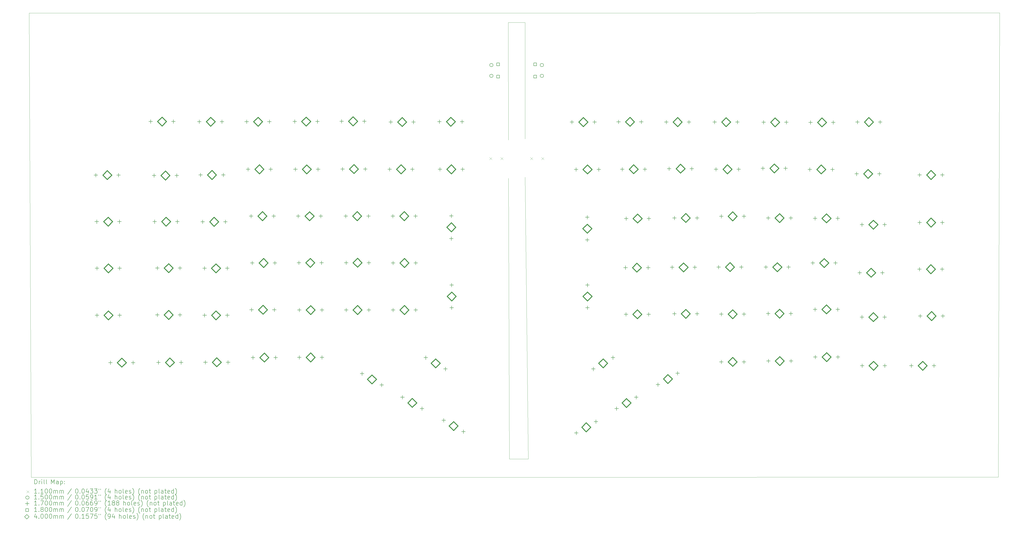
<source format=gbr>
%TF.GenerationSoftware,KiCad,Pcbnew,7.0.0-da2b9df05c~165~ubuntu22.04.1*%
%TF.CreationDate,2023-02-23T10:01:42+01:00*%
%TF.ProjectId,Europe-ergo,4575726f-7065-42d6-9572-676f2e6b6963,rev?*%
%TF.SameCoordinates,Original*%
%TF.FileFunction,Drillmap*%
%TF.FilePolarity,Positive*%
%FSLAX45Y45*%
G04 Gerber Fmt 4.5, Leading zero omitted, Abs format (unit mm)*
G04 Created by KiCad (PCBNEW 7.0.0-da2b9df05c~165~ubuntu22.04.1) date 2023-02-23 10:01:42*
%MOMM*%
%LPD*%
G01*
G04 APERTURE LIST*
%ADD10C,0.100000*%
%ADD11C,0.200000*%
%ADD12C,0.110000*%
%ADD13C,0.150000*%
%ADD14C,0.170000*%
%ADD15C,0.180000*%
%ADD16C,0.400000*%
G04 APERTURE END LIST*
D10*
X30857000Y-8388000D02*
X30850000Y-3125000D01*
X31607500Y-8340000D02*
X31605000Y-3125000D01*
X31345000Y-22685000D02*
X31745000Y-22685000D01*
X9400000Y-2700000D02*
X30850000Y-2700000D01*
X52800000Y-23500000D02*
X52855000Y-2690000D01*
X9490000Y-23510000D02*
X9400000Y-2700000D01*
X31345000Y-22685000D02*
X30900000Y-22685000D01*
X31605000Y-3125000D02*
X30850000Y-3125000D01*
X52855000Y-2690000D02*
X30850000Y-2700000D01*
X30990000Y-23510000D02*
X52800000Y-23500000D01*
X30857000Y-10108000D02*
X30900000Y-22685000D01*
X31607500Y-10060000D02*
X31745000Y-22685000D01*
X30990000Y-23510000D02*
X9490000Y-23510000D01*
D11*
D12*
X30012000Y-9168000D02*
X30122000Y-9278000D01*
X30122000Y-9168000D02*
X30012000Y-9278000D01*
X30512000Y-9168000D02*
X30622000Y-9278000D01*
X30622000Y-9168000D02*
X30512000Y-9278000D01*
X31842500Y-9170000D02*
X31952500Y-9280000D01*
X31952500Y-9170000D02*
X31842500Y-9280000D01*
X32342500Y-9170000D02*
X32452500Y-9280000D01*
X32452500Y-9170000D02*
X32342500Y-9280000D01*
D13*
X30172000Y-5030000D02*
G75*
G03*
X30172000Y-5030000I-75000J0D01*
G01*
X30172000Y-5515000D02*
G75*
G03*
X30172000Y-5515000I-75000J0D01*
G01*
X32433000Y-5030000D02*
G75*
G03*
X32433000Y-5030000I-75000J0D01*
G01*
X32433000Y-5515000D02*
G75*
G03*
X32433000Y-5515000I-75000J0D01*
G01*
D14*
X12388000Y-9875000D02*
X12388000Y-10045000D01*
X12303000Y-9960000D02*
X12473000Y-9960000D01*
X12424000Y-11965000D02*
X12424000Y-12135000D01*
X12339000Y-12050000D02*
X12509000Y-12050000D01*
X12438000Y-14055000D02*
X12438000Y-14225000D01*
X12353000Y-14140000D02*
X12523000Y-14140000D01*
X12438000Y-16163000D02*
X12438000Y-16333000D01*
X12353000Y-16248000D02*
X12523000Y-16248000D01*
X13038000Y-18283000D02*
X13038000Y-18453000D01*
X12953000Y-18368000D02*
X13123000Y-18368000D01*
X13404000Y-9875000D02*
X13404000Y-10045000D01*
X13319000Y-9960000D02*
X13489000Y-9960000D01*
X13440000Y-11965000D02*
X13440000Y-12135000D01*
X13355000Y-12050000D02*
X13525000Y-12050000D01*
X13454000Y-14055000D02*
X13454000Y-14225000D01*
X13369000Y-14140000D02*
X13539000Y-14140000D01*
X13454000Y-16163000D02*
X13454000Y-16333000D01*
X13369000Y-16248000D02*
X13539000Y-16248000D01*
X14054000Y-18283000D02*
X14054000Y-18453000D01*
X13969000Y-18368000D02*
X14139000Y-18368000D01*
X14838000Y-7475000D02*
X14838000Y-7645000D01*
X14753000Y-7560000D02*
X14923000Y-7560000D01*
X14992000Y-9895000D02*
X14992000Y-10065000D01*
X14907000Y-9980000D02*
X15077000Y-9980000D01*
X15022000Y-11965000D02*
X15022000Y-12135000D01*
X14937000Y-12050000D02*
X15107000Y-12050000D01*
X15134000Y-16143000D02*
X15134000Y-16313000D01*
X15049000Y-16228000D02*
X15219000Y-16228000D01*
X15135000Y-14045000D02*
X15135000Y-14215000D01*
X15050000Y-14130000D02*
X15220000Y-14130000D01*
X15192000Y-18273000D02*
X15192000Y-18443000D01*
X15107000Y-18358000D02*
X15277000Y-18358000D01*
X15854000Y-7475000D02*
X15854000Y-7645000D01*
X15769000Y-7560000D02*
X15939000Y-7560000D01*
X16008000Y-9895000D02*
X16008000Y-10065000D01*
X15923000Y-9980000D02*
X16093000Y-9980000D01*
X16038000Y-11965000D02*
X16038000Y-12135000D01*
X15953000Y-12050000D02*
X16123000Y-12050000D01*
X16150000Y-16143000D02*
X16150000Y-16313000D01*
X16065000Y-16228000D02*
X16235000Y-16228000D01*
X16151000Y-14045000D02*
X16151000Y-14215000D01*
X16066000Y-14130000D02*
X16236000Y-14130000D01*
X16208000Y-18273000D02*
X16208000Y-18443000D01*
X16123000Y-18358000D02*
X16293000Y-18358000D01*
X17018000Y-7485000D02*
X17018000Y-7655000D01*
X16933000Y-7570000D02*
X17103000Y-7570000D01*
X17073000Y-9869000D02*
X17073000Y-10039000D01*
X16988000Y-9954000D02*
X17158000Y-9954000D01*
X17173000Y-11969000D02*
X17173000Y-12139000D01*
X17088000Y-12054000D02*
X17258000Y-12054000D01*
X17253000Y-14055000D02*
X17253000Y-14225000D01*
X17168000Y-14140000D02*
X17338000Y-14140000D01*
X17258000Y-16163000D02*
X17258000Y-16333000D01*
X17173000Y-16248000D02*
X17343000Y-16248000D01*
X17292000Y-18265000D02*
X17292000Y-18435000D01*
X17207000Y-18350000D02*
X17377000Y-18350000D01*
X18034000Y-7485000D02*
X18034000Y-7655000D01*
X17949000Y-7570000D02*
X18119000Y-7570000D01*
X18089000Y-9869000D02*
X18089000Y-10039000D01*
X18004000Y-9954000D02*
X18174000Y-9954000D01*
X18189000Y-11969000D02*
X18189000Y-12139000D01*
X18104000Y-12054000D02*
X18274000Y-12054000D01*
X18269000Y-14055000D02*
X18269000Y-14225000D01*
X18184000Y-14140000D02*
X18354000Y-14140000D01*
X18274000Y-16163000D02*
X18274000Y-16333000D01*
X18189000Y-16248000D02*
X18359000Y-16248000D01*
X18308000Y-18265000D02*
X18308000Y-18435000D01*
X18223000Y-18350000D02*
X18393000Y-18350000D01*
X19138000Y-7485000D02*
X19138000Y-7655000D01*
X19053000Y-7570000D02*
X19223000Y-7570000D01*
X19200000Y-9615000D02*
X19200000Y-9785000D01*
X19115000Y-9700000D02*
X19285000Y-9700000D01*
X19334000Y-11715000D02*
X19334000Y-11885000D01*
X19249000Y-11800000D02*
X19419000Y-11800000D01*
X19358000Y-15913000D02*
X19358000Y-16083000D01*
X19273000Y-15998000D02*
X19443000Y-15998000D01*
X19384000Y-13815000D02*
X19384000Y-13985000D01*
X19299000Y-13900000D02*
X19469000Y-13900000D01*
X19420000Y-18055000D02*
X19420000Y-18225000D01*
X19335000Y-18140000D02*
X19505000Y-18140000D01*
X20154000Y-7485000D02*
X20154000Y-7655000D01*
X20069000Y-7570000D02*
X20239000Y-7570000D01*
X20216000Y-9615000D02*
X20216000Y-9785000D01*
X20131000Y-9700000D02*
X20301000Y-9700000D01*
X20350000Y-11715000D02*
X20350000Y-11885000D01*
X20265000Y-11800000D02*
X20435000Y-11800000D01*
X20374000Y-15913000D02*
X20374000Y-16083000D01*
X20289000Y-15998000D02*
X20459000Y-15998000D01*
X20400000Y-13815000D02*
X20400000Y-13985000D01*
X20315000Y-13900000D02*
X20485000Y-13900000D01*
X20436000Y-18055000D02*
X20436000Y-18225000D01*
X20351000Y-18140000D02*
X20521000Y-18140000D01*
X21292000Y-7475000D02*
X21292000Y-7645000D01*
X21207000Y-7560000D02*
X21377000Y-7560000D01*
X21322000Y-9619000D02*
X21322000Y-9789000D01*
X21237000Y-9704000D02*
X21407000Y-9704000D01*
X21446000Y-11719000D02*
X21446000Y-11889000D01*
X21361000Y-11804000D02*
X21531000Y-11804000D01*
X21476000Y-13809000D02*
X21476000Y-13979000D01*
X21391000Y-13894000D02*
X21561000Y-13894000D01*
X21492000Y-15927000D02*
X21492000Y-16097000D01*
X21407000Y-16012000D02*
X21577000Y-16012000D01*
X21492000Y-18049000D02*
X21492000Y-18219000D01*
X21407000Y-18134000D02*
X21577000Y-18134000D01*
X22308000Y-7475000D02*
X22308000Y-7645000D01*
X22223000Y-7560000D02*
X22393000Y-7560000D01*
X22338000Y-9619000D02*
X22338000Y-9789000D01*
X22253000Y-9704000D02*
X22423000Y-9704000D01*
X22462000Y-11719000D02*
X22462000Y-11889000D01*
X22377000Y-11804000D02*
X22547000Y-11804000D01*
X22492000Y-13809000D02*
X22492000Y-13979000D01*
X22407000Y-13894000D02*
X22577000Y-13894000D01*
X22508000Y-15927000D02*
X22508000Y-16097000D01*
X22423000Y-16012000D02*
X22593000Y-16012000D01*
X22508000Y-18049000D02*
X22508000Y-18219000D01*
X22423000Y-18134000D02*
X22593000Y-18134000D01*
X23392000Y-7465000D02*
X23392000Y-7635000D01*
X23307000Y-7550000D02*
X23477000Y-7550000D01*
X23432000Y-9605000D02*
X23432000Y-9775000D01*
X23347000Y-9690000D02*
X23517000Y-9690000D01*
X23576000Y-11715000D02*
X23576000Y-11885000D01*
X23491000Y-11800000D02*
X23661000Y-11800000D01*
X23592000Y-15923000D02*
X23592000Y-16093000D01*
X23507000Y-16008000D02*
X23677000Y-16008000D01*
X23594000Y-13805000D02*
X23594000Y-13975000D01*
X23509000Y-13890000D02*
X23679000Y-13890000D01*
X24306059Y-18778001D02*
X24306059Y-18948001D01*
X24221059Y-18863001D02*
X24391059Y-18863001D01*
X24408000Y-7465000D02*
X24408000Y-7635000D01*
X24323000Y-7550000D02*
X24493000Y-7550000D01*
X24448000Y-9605000D02*
X24448000Y-9775000D01*
X24363000Y-9690000D02*
X24533000Y-9690000D01*
X24592000Y-11715000D02*
X24592000Y-11885000D01*
X24507000Y-11800000D02*
X24677000Y-11800000D01*
X24608000Y-15923000D02*
X24608000Y-16093000D01*
X24523000Y-16008000D02*
X24693000Y-16008000D01*
X24610000Y-13805000D02*
X24610000Y-13975000D01*
X24525000Y-13890000D02*
X24695000Y-13890000D01*
X25185940Y-19286001D02*
X25185940Y-19456001D01*
X25100940Y-19371001D02*
X25270940Y-19371001D01*
X25542000Y-9615000D02*
X25542000Y-9785000D01*
X25457000Y-9700000D02*
X25627000Y-9700000D01*
X25592000Y-7495000D02*
X25592000Y-7665000D01*
X25507000Y-7580000D02*
X25677000Y-7580000D01*
X25684000Y-11715000D02*
X25684000Y-11885000D01*
X25599000Y-11800000D02*
X25769000Y-11800000D01*
X25692000Y-13815000D02*
X25692000Y-13985000D01*
X25607000Y-13900000D02*
X25777000Y-13900000D01*
X25692000Y-15923000D02*
X25692000Y-16093000D01*
X25607000Y-16008000D02*
X25777000Y-16008000D01*
X26114059Y-19833001D02*
X26114059Y-20003001D01*
X26029059Y-19918001D02*
X26199059Y-19918001D01*
X26558000Y-9615000D02*
X26558000Y-9785000D01*
X26473000Y-9700000D02*
X26643000Y-9700000D01*
X26608000Y-7495000D02*
X26608000Y-7665000D01*
X26523000Y-7580000D02*
X26693000Y-7580000D01*
X26700000Y-11715000D02*
X26700000Y-11885000D01*
X26615000Y-11800000D02*
X26785000Y-11800000D01*
X26708000Y-13815000D02*
X26708000Y-13985000D01*
X26623000Y-13900000D02*
X26793000Y-13900000D01*
X26708000Y-15923000D02*
X26708000Y-16093000D01*
X26623000Y-16008000D02*
X26793000Y-16008000D01*
X26993940Y-20341001D02*
X26993940Y-20511001D01*
X26908940Y-20426001D02*
X27078940Y-20426001D01*
X27160059Y-18061001D02*
X27160059Y-18231001D01*
X27075059Y-18146001D02*
X27245059Y-18146001D01*
X27772000Y-7485000D02*
X27772000Y-7655000D01*
X27687000Y-7570000D02*
X27857000Y-7570000D01*
X27792000Y-9615000D02*
X27792000Y-9785000D01*
X27707000Y-9700000D02*
X27877000Y-9700000D01*
X27963019Y-20871471D02*
X27963019Y-21041471D01*
X27878019Y-20956471D02*
X28048019Y-20956471D01*
X28039940Y-18569001D02*
X28039940Y-18739001D01*
X27954940Y-18654001D02*
X28124940Y-18654001D01*
X28300000Y-11707000D02*
X28300000Y-11877000D01*
X28215000Y-11792000D02*
X28385000Y-11792000D01*
X28300000Y-12723000D02*
X28300000Y-12893000D01*
X28215000Y-12808000D02*
X28385000Y-12808000D01*
X28318000Y-14807000D02*
X28318000Y-14977000D01*
X28233000Y-14892000D02*
X28403000Y-14892000D01*
X28318000Y-15823000D02*
X28318000Y-15993000D01*
X28233000Y-15908000D02*
X28403000Y-15908000D01*
X28788000Y-7485000D02*
X28788000Y-7655000D01*
X28703000Y-7570000D02*
X28873000Y-7570000D01*
X28808000Y-9615000D02*
X28808000Y-9785000D01*
X28723000Y-9700000D02*
X28893000Y-9700000D01*
X28842900Y-21379471D02*
X28842900Y-21549471D01*
X28757900Y-21464471D02*
X28927900Y-21464471D01*
X33705000Y-7499000D02*
X33705000Y-7669000D01*
X33620000Y-7584000D02*
X33790000Y-7584000D01*
X33892000Y-9623000D02*
X33892000Y-9793000D01*
X33807000Y-9708000D02*
X33977000Y-9708000D01*
X33901059Y-21435001D02*
X33901059Y-21605001D01*
X33816059Y-21520001D02*
X33986059Y-21520001D01*
X34390000Y-11769000D02*
X34390000Y-11939000D01*
X34305000Y-11854000D02*
X34475000Y-11854000D01*
X34390000Y-12785000D02*
X34390000Y-12955000D01*
X34305000Y-12870000D02*
X34475000Y-12870000D01*
X34400000Y-14807000D02*
X34400000Y-14977000D01*
X34315000Y-14892000D02*
X34485000Y-14892000D01*
X34400000Y-15823000D02*
X34400000Y-15993000D01*
X34315000Y-15908000D02*
X34485000Y-15908000D01*
X34660059Y-18569001D02*
X34660059Y-18739001D01*
X34575059Y-18654001D02*
X34745059Y-18654001D01*
X34721000Y-7499000D02*
X34721000Y-7669000D01*
X34636000Y-7584000D02*
X34806000Y-7584000D01*
X34780941Y-20927001D02*
X34780941Y-21097001D01*
X34695941Y-21012001D02*
X34865941Y-21012001D01*
X34908000Y-9623000D02*
X34908000Y-9793000D01*
X34823000Y-9708000D02*
X34993000Y-9708000D01*
X35539941Y-18061001D02*
X35539941Y-18231001D01*
X35454941Y-18146001D02*
X35624941Y-18146001D01*
X35707059Y-20345001D02*
X35707059Y-20515001D01*
X35622059Y-20430001D02*
X35792059Y-20430001D01*
X35792000Y-7489000D02*
X35792000Y-7659000D01*
X35707000Y-7574000D02*
X35877000Y-7574000D01*
X35959000Y-9613000D02*
X35959000Y-9783000D01*
X35874000Y-9698000D02*
X36044000Y-9698000D01*
X36105000Y-14023000D02*
X36105000Y-14193000D01*
X36020000Y-14108000D02*
X36190000Y-14108000D01*
X36125000Y-16115000D02*
X36125000Y-16285000D01*
X36040000Y-16200000D02*
X36210000Y-16200000D01*
X36135000Y-11823000D02*
X36135000Y-11993000D01*
X36050000Y-11908000D02*
X36220000Y-11908000D01*
X36586941Y-19837001D02*
X36586941Y-20007001D01*
X36501941Y-19922001D02*
X36671941Y-19922001D01*
X36808000Y-7489000D02*
X36808000Y-7659000D01*
X36723000Y-7574000D02*
X36893000Y-7574000D01*
X36975000Y-9613000D02*
X36975000Y-9783000D01*
X36890000Y-9698000D02*
X37060000Y-9698000D01*
X37121000Y-14023000D02*
X37121000Y-14193000D01*
X37036000Y-14108000D02*
X37206000Y-14108000D01*
X37141000Y-16115000D02*
X37141000Y-16285000D01*
X37056000Y-16200000D02*
X37226000Y-16200000D01*
X37151000Y-11823000D02*
X37151000Y-11993000D01*
X37066000Y-11908000D02*
X37236000Y-11908000D01*
X37560059Y-19269001D02*
X37560059Y-19439001D01*
X37475059Y-19354001D02*
X37645059Y-19354001D01*
X37926000Y-7499000D02*
X37926000Y-7669000D01*
X37841000Y-7584000D02*
X38011000Y-7584000D01*
X38059000Y-9589000D02*
X38059000Y-9759000D01*
X37974000Y-9674000D02*
X38144000Y-9674000D01*
X38192000Y-14013000D02*
X38192000Y-14183000D01*
X38107000Y-14098000D02*
X38277000Y-14098000D01*
X38292000Y-11799000D02*
X38292000Y-11969000D01*
X38207000Y-11884000D02*
X38377000Y-11884000D01*
X38292000Y-16095000D02*
X38292000Y-16265000D01*
X38207000Y-16180000D02*
X38377000Y-16180000D01*
X38439941Y-18761001D02*
X38439941Y-18931001D01*
X38354941Y-18846001D02*
X38524941Y-18846001D01*
X38942000Y-7499000D02*
X38942000Y-7669000D01*
X38857000Y-7584000D02*
X39027000Y-7584000D01*
X39075000Y-9589000D02*
X39075000Y-9759000D01*
X38990000Y-9674000D02*
X39160000Y-9674000D01*
X39208000Y-14013000D02*
X39208000Y-14183000D01*
X39123000Y-14098000D02*
X39293000Y-14098000D01*
X39308000Y-11799000D02*
X39308000Y-11969000D01*
X39223000Y-11884000D02*
X39393000Y-11884000D01*
X39308000Y-16095000D02*
X39308000Y-16265000D01*
X39223000Y-16180000D02*
X39393000Y-16180000D01*
X40100000Y-7501000D02*
X40100000Y-7671000D01*
X40015000Y-7586000D02*
X40185000Y-7586000D01*
X40159000Y-9615000D02*
X40159000Y-9785000D01*
X40074000Y-9700000D02*
X40244000Y-9700000D01*
X40273000Y-13999000D02*
X40273000Y-14169000D01*
X40188000Y-14084000D02*
X40358000Y-14084000D01*
X40392000Y-11725000D02*
X40392000Y-11895000D01*
X40307000Y-11810000D02*
X40477000Y-11810000D01*
X40392000Y-16111000D02*
X40392000Y-16281000D01*
X40307000Y-16196000D02*
X40477000Y-16196000D01*
X40392000Y-18249000D02*
X40392000Y-18419000D01*
X40307000Y-18334000D02*
X40477000Y-18334000D01*
X41116000Y-7501000D02*
X41116000Y-7671000D01*
X41031000Y-7586000D02*
X41201000Y-7586000D01*
X41175000Y-9615000D02*
X41175000Y-9785000D01*
X41090000Y-9700000D02*
X41260000Y-9700000D01*
X41289000Y-13999000D02*
X41289000Y-14169000D01*
X41204000Y-14084000D02*
X41374000Y-14084000D01*
X41408000Y-11725000D02*
X41408000Y-11895000D01*
X41323000Y-11810000D02*
X41493000Y-11810000D01*
X41408000Y-16111000D02*
X41408000Y-16281000D01*
X41323000Y-16196000D02*
X41493000Y-16196000D01*
X41408000Y-18249000D02*
X41408000Y-18419000D01*
X41323000Y-18334000D02*
X41493000Y-18334000D01*
X42259000Y-9576000D02*
X42259000Y-9746000D01*
X42174000Y-9661000D02*
X42344000Y-9661000D01*
X42292000Y-7509000D02*
X42292000Y-7679000D01*
X42207000Y-7594000D02*
X42377000Y-7594000D01*
X42392000Y-14003000D02*
X42392000Y-14173000D01*
X42307000Y-14088000D02*
X42477000Y-14088000D01*
X42492000Y-11803000D02*
X42492000Y-11973000D01*
X42407000Y-11888000D02*
X42577000Y-11888000D01*
X42492000Y-16087000D02*
X42492000Y-16257000D01*
X42407000Y-16172000D02*
X42577000Y-16172000D01*
X42499000Y-18213000D02*
X42499000Y-18383000D01*
X42414000Y-18298000D02*
X42584000Y-18298000D01*
X43275000Y-9576000D02*
X43275000Y-9746000D01*
X43190000Y-9661000D02*
X43360000Y-9661000D01*
X43308000Y-7509000D02*
X43308000Y-7679000D01*
X43223000Y-7594000D02*
X43393000Y-7594000D01*
X43408000Y-14003000D02*
X43408000Y-14173000D01*
X43323000Y-14088000D02*
X43493000Y-14088000D01*
X43508000Y-11803000D02*
X43508000Y-11973000D01*
X43423000Y-11888000D02*
X43593000Y-11888000D01*
X43508000Y-16087000D02*
X43508000Y-16257000D01*
X43423000Y-16172000D02*
X43593000Y-16172000D01*
X43515000Y-18213000D02*
X43515000Y-18383000D01*
X43430000Y-18298000D02*
X43600000Y-18298000D01*
X44359000Y-9623000D02*
X44359000Y-9793000D01*
X44274000Y-9708000D02*
X44444000Y-9708000D01*
X44392000Y-7515000D02*
X44392000Y-7685000D01*
X44307000Y-7600000D02*
X44477000Y-7600000D01*
X44492000Y-13819000D02*
X44492000Y-13989000D01*
X44407000Y-13904000D02*
X44577000Y-13904000D01*
X44592000Y-11813000D02*
X44592000Y-11983000D01*
X44507000Y-11898000D02*
X44677000Y-11898000D01*
X44592000Y-15895000D02*
X44592000Y-16065000D01*
X44507000Y-15980000D02*
X44677000Y-15980000D01*
X44599000Y-18033000D02*
X44599000Y-18203000D01*
X44514000Y-18118000D02*
X44684000Y-18118000D01*
X45375000Y-9623000D02*
X45375000Y-9793000D01*
X45290000Y-9708000D02*
X45460000Y-9708000D01*
X45408000Y-7515000D02*
X45408000Y-7685000D01*
X45323000Y-7600000D02*
X45493000Y-7600000D01*
X45508000Y-13819000D02*
X45508000Y-13989000D01*
X45423000Y-13904000D02*
X45593000Y-13904000D01*
X45608000Y-11813000D02*
X45608000Y-11983000D01*
X45523000Y-11898000D02*
X45693000Y-11898000D01*
X45608000Y-15895000D02*
X45608000Y-16065000D01*
X45523000Y-15980000D02*
X45693000Y-15980000D01*
X45615000Y-18033000D02*
X45615000Y-18203000D01*
X45530000Y-18118000D02*
X45700000Y-18118000D01*
X46459000Y-9823000D02*
X46459000Y-9993000D01*
X46374000Y-9908000D02*
X46544000Y-9908000D01*
X46492000Y-7499000D02*
X46492000Y-7669000D01*
X46407000Y-7584000D02*
X46577000Y-7584000D01*
X46592000Y-14253000D02*
X46592000Y-14423000D01*
X46507000Y-14338000D02*
X46677000Y-14338000D01*
X46692000Y-12099000D02*
X46692000Y-12269000D01*
X46607000Y-12184000D02*
X46777000Y-12184000D01*
X46692000Y-16241000D02*
X46692000Y-16411000D01*
X46607000Y-16326000D02*
X46777000Y-16326000D01*
X46699000Y-18423000D02*
X46699000Y-18593000D01*
X46614000Y-18508000D02*
X46784000Y-18508000D01*
X47475000Y-9823000D02*
X47475000Y-9993000D01*
X47390000Y-9908000D02*
X47560000Y-9908000D01*
X47508000Y-7499000D02*
X47508000Y-7669000D01*
X47423000Y-7584000D02*
X47593000Y-7584000D01*
X47608000Y-14253000D02*
X47608000Y-14423000D01*
X47523000Y-14338000D02*
X47693000Y-14338000D01*
X47708000Y-12099000D02*
X47708000Y-12269000D01*
X47623000Y-12184000D02*
X47793000Y-12184000D01*
X47708000Y-16241000D02*
X47708000Y-16411000D01*
X47623000Y-16326000D02*
X47793000Y-16326000D01*
X47715000Y-18423000D02*
X47715000Y-18593000D01*
X47630000Y-18508000D02*
X47800000Y-18508000D01*
X48899000Y-18423000D02*
X48899000Y-18593000D01*
X48814000Y-18508000D02*
X48984000Y-18508000D01*
X49267500Y-14095000D02*
X49267500Y-14265000D01*
X49182500Y-14180000D02*
X49352500Y-14180000D01*
X49277500Y-9869000D02*
X49277500Y-10039000D01*
X49192500Y-9954000D02*
X49362500Y-9954000D01*
X49277500Y-12003000D02*
X49277500Y-12173000D01*
X49192500Y-12088000D02*
X49362500Y-12088000D01*
X49297500Y-16195000D02*
X49297500Y-16365000D01*
X49212500Y-16280000D02*
X49382500Y-16280000D01*
X49915000Y-18423000D02*
X49915000Y-18593000D01*
X49830000Y-18508000D02*
X50000000Y-18508000D01*
X50283500Y-14095000D02*
X50283500Y-14265000D01*
X50198500Y-14180000D02*
X50368500Y-14180000D01*
X50293500Y-9869000D02*
X50293500Y-10039000D01*
X50208500Y-9954000D02*
X50378500Y-9954000D01*
X50293500Y-12003000D02*
X50293500Y-12173000D01*
X50208500Y-12088000D02*
X50378500Y-12088000D01*
X50313500Y-16195000D02*
X50313500Y-16365000D01*
X50228500Y-16280000D02*
X50398500Y-16280000D01*
D15*
X30463640Y-5063640D02*
X30463640Y-4936360D01*
X30336360Y-4936360D01*
X30336360Y-5063640D01*
X30463640Y-5063640D01*
X30463640Y-5608640D02*
X30463640Y-5481360D01*
X30336360Y-5481360D01*
X30336360Y-5608640D01*
X30463640Y-5608640D01*
X32118640Y-5063640D02*
X32118640Y-4936360D01*
X31991360Y-4936360D01*
X31991360Y-5063640D01*
X32118640Y-5063640D01*
X32118640Y-5608640D02*
X32118640Y-5481360D01*
X31991360Y-5481360D01*
X31991360Y-5608640D01*
X32118640Y-5608640D01*
D16*
X12896000Y-10160000D02*
X13096000Y-9960000D01*
X12896000Y-9760000D01*
X12696000Y-9960000D01*
X12896000Y-10160000D01*
X12932000Y-12250000D02*
X13132000Y-12050000D01*
X12932000Y-11850000D01*
X12732000Y-12050000D01*
X12932000Y-12250000D01*
X12946000Y-14340000D02*
X13146000Y-14140000D01*
X12946000Y-13940000D01*
X12746000Y-14140000D01*
X12946000Y-14340000D01*
X12946000Y-16448000D02*
X13146000Y-16248000D01*
X12946000Y-16048000D01*
X12746000Y-16248000D01*
X12946000Y-16448000D01*
X13546000Y-18568000D02*
X13746000Y-18368000D01*
X13546000Y-18168000D01*
X13346000Y-18368000D01*
X13546000Y-18568000D01*
X15346000Y-7760000D02*
X15546000Y-7560000D01*
X15346000Y-7360000D01*
X15146000Y-7560000D01*
X15346000Y-7760000D01*
X15500000Y-10180000D02*
X15700000Y-9980000D01*
X15500000Y-9780000D01*
X15300000Y-9980000D01*
X15500000Y-10180000D01*
X15530000Y-12250000D02*
X15730000Y-12050000D01*
X15530000Y-11850000D01*
X15330000Y-12050000D01*
X15530000Y-12250000D01*
X15642000Y-16428000D02*
X15842000Y-16228000D01*
X15642000Y-16028000D01*
X15442000Y-16228000D01*
X15642000Y-16428000D01*
X15643000Y-14330000D02*
X15843000Y-14130000D01*
X15643000Y-13930000D01*
X15443000Y-14130000D01*
X15643000Y-14330000D01*
X15700000Y-18558000D02*
X15900000Y-18358000D01*
X15700000Y-18158000D01*
X15500000Y-18358000D01*
X15700000Y-18558000D01*
X17526000Y-7770000D02*
X17726000Y-7570000D01*
X17526000Y-7370000D01*
X17326000Y-7570000D01*
X17526000Y-7770000D01*
X17581000Y-10154000D02*
X17781000Y-9954000D01*
X17581000Y-9754000D01*
X17381000Y-9954000D01*
X17581000Y-10154000D01*
X17681000Y-12254000D02*
X17881000Y-12054000D01*
X17681000Y-11854000D01*
X17481000Y-12054000D01*
X17681000Y-12254000D01*
X17761000Y-14340000D02*
X17961000Y-14140000D01*
X17761000Y-13940000D01*
X17561000Y-14140000D01*
X17761000Y-14340000D01*
X17766000Y-16448000D02*
X17966000Y-16248000D01*
X17766000Y-16048000D01*
X17566000Y-16248000D01*
X17766000Y-16448000D01*
X17800000Y-18550000D02*
X18000000Y-18350000D01*
X17800000Y-18150000D01*
X17600000Y-18350000D01*
X17800000Y-18550000D01*
X19646000Y-7770000D02*
X19846000Y-7570000D01*
X19646000Y-7370000D01*
X19446000Y-7570000D01*
X19646000Y-7770000D01*
X19708000Y-9900000D02*
X19908000Y-9700000D01*
X19708000Y-9500000D01*
X19508000Y-9700000D01*
X19708000Y-9900000D01*
X19842000Y-12000000D02*
X20042000Y-11800000D01*
X19842000Y-11600000D01*
X19642000Y-11800000D01*
X19842000Y-12000000D01*
X19866000Y-16198000D02*
X20066000Y-15998000D01*
X19866000Y-15798000D01*
X19666000Y-15998000D01*
X19866000Y-16198000D01*
X19892000Y-14100000D02*
X20092000Y-13900000D01*
X19892000Y-13700000D01*
X19692000Y-13900000D01*
X19892000Y-14100000D01*
X19928000Y-18340000D02*
X20128000Y-18140000D01*
X19928000Y-17940000D01*
X19728000Y-18140000D01*
X19928000Y-18340000D01*
X21800000Y-7760000D02*
X22000000Y-7560000D01*
X21800000Y-7360000D01*
X21600000Y-7560000D01*
X21800000Y-7760000D01*
X21830000Y-9904000D02*
X22030000Y-9704000D01*
X21830000Y-9504000D01*
X21630000Y-9704000D01*
X21830000Y-9904000D01*
X21954000Y-12004000D02*
X22154000Y-11804000D01*
X21954000Y-11604000D01*
X21754000Y-11804000D01*
X21954000Y-12004000D01*
X21984000Y-14094000D02*
X22184000Y-13894000D01*
X21984000Y-13694000D01*
X21784000Y-13894000D01*
X21984000Y-14094000D01*
X22000000Y-16212000D02*
X22200000Y-16012000D01*
X22000000Y-15812000D01*
X21800000Y-16012000D01*
X22000000Y-16212000D01*
X22000000Y-18334000D02*
X22200000Y-18134000D01*
X22000000Y-17934000D01*
X21800000Y-18134000D01*
X22000000Y-18334000D01*
X23900000Y-7750000D02*
X24100000Y-7550000D01*
X23900000Y-7350000D01*
X23700000Y-7550000D01*
X23900000Y-7750000D01*
X23940000Y-9890000D02*
X24140000Y-9690000D01*
X23940000Y-9490000D01*
X23740000Y-9690000D01*
X23940000Y-9890000D01*
X24084000Y-12000000D02*
X24284000Y-11800000D01*
X24084000Y-11600000D01*
X23884000Y-11800000D01*
X24084000Y-12000000D01*
X24100000Y-16208000D02*
X24300000Y-16008000D01*
X24100000Y-15808000D01*
X23900000Y-16008000D01*
X24100000Y-16208000D01*
X24102000Y-14090000D02*
X24302000Y-13890000D01*
X24102000Y-13690000D01*
X23902000Y-13890000D01*
X24102000Y-14090000D01*
X24745999Y-19317001D02*
X24945999Y-19117001D01*
X24745999Y-18917001D01*
X24545999Y-19117001D01*
X24745999Y-19317001D01*
X26050000Y-9900000D02*
X26250000Y-9700000D01*
X26050000Y-9500000D01*
X25850000Y-9700000D01*
X26050000Y-9900000D01*
X26100000Y-7780000D02*
X26300000Y-7580000D01*
X26100000Y-7380000D01*
X25900000Y-7580000D01*
X26100000Y-7780000D01*
X26192000Y-12000000D02*
X26392000Y-11800000D01*
X26192000Y-11600000D01*
X25992000Y-11800000D01*
X26192000Y-12000000D01*
X26200000Y-14100000D02*
X26400000Y-13900000D01*
X26200000Y-13700000D01*
X26000000Y-13900000D01*
X26200000Y-14100000D01*
X26200000Y-16208000D02*
X26400000Y-16008000D01*
X26200000Y-15808000D01*
X26000000Y-16008000D01*
X26200000Y-16208000D01*
X26553999Y-20372001D02*
X26753999Y-20172001D01*
X26553999Y-19972001D01*
X26353999Y-20172001D01*
X26553999Y-20372001D01*
X27599999Y-18600001D02*
X27799999Y-18400001D01*
X27599999Y-18200001D01*
X27399999Y-18400001D01*
X27599999Y-18600001D01*
X28280000Y-7770000D02*
X28480000Y-7570000D01*
X28280000Y-7370000D01*
X28080000Y-7570000D01*
X28280000Y-7770000D01*
X28300000Y-9900000D02*
X28500000Y-9700000D01*
X28300000Y-9500000D01*
X28100000Y-9700000D01*
X28300000Y-9900000D01*
X28300000Y-12500000D02*
X28500000Y-12300000D01*
X28300000Y-12100000D01*
X28100000Y-12300000D01*
X28300000Y-12500000D01*
X28318000Y-15600000D02*
X28518000Y-15400000D01*
X28318000Y-15200000D01*
X28118000Y-15400000D01*
X28318000Y-15600000D01*
X28402959Y-21410471D02*
X28602959Y-21210471D01*
X28402959Y-21010471D01*
X28202959Y-21210471D01*
X28402959Y-21410471D01*
X34213000Y-7784000D02*
X34413000Y-7584000D01*
X34213000Y-7384000D01*
X34013000Y-7584000D01*
X34213000Y-7784000D01*
X34341000Y-21466001D02*
X34541000Y-21266001D01*
X34341000Y-21066001D01*
X34141000Y-21266001D01*
X34341000Y-21466001D01*
X34390000Y-12562000D02*
X34590000Y-12362000D01*
X34390000Y-12162000D01*
X34190000Y-12362000D01*
X34390000Y-12562000D01*
X34400000Y-9908000D02*
X34600000Y-9708000D01*
X34400000Y-9508000D01*
X34200000Y-9708000D01*
X34400000Y-9908000D01*
X34400000Y-15600000D02*
X34600000Y-15400000D01*
X34400000Y-15200000D01*
X34200000Y-15400000D01*
X34400000Y-15600000D01*
X35100000Y-18600001D02*
X35300000Y-18400001D01*
X35100000Y-18200001D01*
X34900000Y-18400001D01*
X35100000Y-18600001D01*
X36147000Y-20376001D02*
X36347000Y-20176001D01*
X36147000Y-19976001D01*
X35947000Y-20176001D01*
X36147000Y-20376001D01*
X36300000Y-7774000D02*
X36500000Y-7574000D01*
X36300000Y-7374000D01*
X36100000Y-7574000D01*
X36300000Y-7774000D01*
X36467000Y-9898000D02*
X36667000Y-9698000D01*
X36467000Y-9498000D01*
X36267000Y-9698000D01*
X36467000Y-9898000D01*
X36613000Y-14308000D02*
X36813000Y-14108000D01*
X36613000Y-13908000D01*
X36413000Y-14108000D01*
X36613000Y-14308000D01*
X36633000Y-16400000D02*
X36833000Y-16200000D01*
X36633000Y-16000000D01*
X36433000Y-16200000D01*
X36633000Y-16400000D01*
X36643000Y-12108000D02*
X36843000Y-11908000D01*
X36643000Y-11708000D01*
X36443000Y-11908000D01*
X36643000Y-12108000D01*
X38000000Y-19300001D02*
X38200000Y-19100001D01*
X38000000Y-18900001D01*
X37800000Y-19100001D01*
X38000000Y-19300001D01*
X38434000Y-7784000D02*
X38634000Y-7584000D01*
X38434000Y-7384000D01*
X38234000Y-7584000D01*
X38434000Y-7784000D01*
X38567000Y-9874000D02*
X38767000Y-9674000D01*
X38567000Y-9474000D01*
X38367000Y-9674000D01*
X38567000Y-9874000D01*
X38700000Y-14298000D02*
X38900000Y-14098000D01*
X38700000Y-13898000D01*
X38500000Y-14098000D01*
X38700000Y-14298000D01*
X38800000Y-12084000D02*
X39000000Y-11884000D01*
X38800000Y-11684000D01*
X38600000Y-11884000D01*
X38800000Y-12084000D01*
X38800000Y-16380000D02*
X39000000Y-16180000D01*
X38800000Y-15980000D01*
X38600000Y-16180000D01*
X38800000Y-16380000D01*
X40608000Y-7786000D02*
X40808000Y-7586000D01*
X40608000Y-7386000D01*
X40408000Y-7586000D01*
X40608000Y-7786000D01*
X40667000Y-9900000D02*
X40867000Y-9700000D01*
X40667000Y-9500000D01*
X40467000Y-9700000D01*
X40667000Y-9900000D01*
X40781000Y-14284000D02*
X40981000Y-14084000D01*
X40781000Y-13884000D01*
X40581000Y-14084000D01*
X40781000Y-14284000D01*
X40900000Y-12010000D02*
X41100000Y-11810000D01*
X40900000Y-11610000D01*
X40700000Y-11810000D01*
X40900000Y-12010000D01*
X40900000Y-16396000D02*
X41100000Y-16196000D01*
X40900000Y-15996000D01*
X40700000Y-16196000D01*
X40900000Y-16396000D01*
X40900000Y-18534000D02*
X41100000Y-18334000D01*
X40900000Y-18134000D01*
X40700000Y-18334000D01*
X40900000Y-18534000D01*
X42767000Y-9861000D02*
X42967000Y-9661000D01*
X42767000Y-9461000D01*
X42567000Y-9661000D01*
X42767000Y-9861000D01*
X42800000Y-7794000D02*
X43000000Y-7594000D01*
X42800000Y-7394000D01*
X42600000Y-7594000D01*
X42800000Y-7794000D01*
X42900000Y-14288000D02*
X43100000Y-14088000D01*
X42900000Y-13888000D01*
X42700000Y-14088000D01*
X42900000Y-14288000D01*
X43000000Y-12088000D02*
X43200000Y-11888000D01*
X43000000Y-11688000D01*
X42800000Y-11888000D01*
X43000000Y-12088000D01*
X43000000Y-16372000D02*
X43200000Y-16172000D01*
X43000000Y-15972000D01*
X42800000Y-16172000D01*
X43000000Y-16372000D01*
X43007000Y-18498000D02*
X43207000Y-18298000D01*
X43007000Y-18098000D01*
X42807000Y-18298000D01*
X43007000Y-18498000D01*
X44867000Y-9908000D02*
X45067000Y-9708000D01*
X44867000Y-9508000D01*
X44667000Y-9708000D01*
X44867000Y-9908000D01*
X44900000Y-7800000D02*
X45100000Y-7600000D01*
X44900000Y-7400000D01*
X44700000Y-7600000D01*
X44900000Y-7800000D01*
X45000000Y-14104000D02*
X45200000Y-13904000D01*
X45000000Y-13704000D01*
X44800000Y-13904000D01*
X45000000Y-14104000D01*
X45100000Y-12098000D02*
X45300000Y-11898000D01*
X45100000Y-11698000D01*
X44900000Y-11898000D01*
X45100000Y-12098000D01*
X45100000Y-16180000D02*
X45300000Y-15980000D01*
X45100000Y-15780000D01*
X44900000Y-15980000D01*
X45100000Y-16180000D01*
X45107000Y-18318000D02*
X45307000Y-18118000D01*
X45107000Y-17918000D01*
X44907000Y-18118000D01*
X45107000Y-18318000D01*
X46967000Y-10108000D02*
X47167000Y-9908000D01*
X46967000Y-9708000D01*
X46767000Y-9908000D01*
X46967000Y-10108000D01*
X47000000Y-7784000D02*
X47200000Y-7584000D01*
X47000000Y-7384000D01*
X46800000Y-7584000D01*
X47000000Y-7784000D01*
X47100000Y-14538000D02*
X47300000Y-14338000D01*
X47100000Y-14138000D01*
X46900000Y-14338000D01*
X47100000Y-14538000D01*
X47200000Y-12384000D02*
X47400000Y-12184000D01*
X47200000Y-11984000D01*
X47000000Y-12184000D01*
X47200000Y-12384000D01*
X47200000Y-16526000D02*
X47400000Y-16326000D01*
X47200000Y-16126000D01*
X47000000Y-16326000D01*
X47200000Y-16526000D01*
X47207000Y-18708000D02*
X47407000Y-18508000D01*
X47207000Y-18308000D01*
X47007000Y-18508000D01*
X47207000Y-18708000D01*
X49407000Y-18708000D02*
X49607000Y-18508000D01*
X49407000Y-18308000D01*
X49207000Y-18508000D01*
X49407000Y-18708000D01*
X49775500Y-14380000D02*
X49975500Y-14180000D01*
X49775500Y-13980000D01*
X49575500Y-14180000D01*
X49775500Y-14380000D01*
X49785500Y-10154000D02*
X49985500Y-9954000D01*
X49785500Y-9754000D01*
X49585500Y-9954000D01*
X49785500Y-10154000D01*
X49785500Y-12288000D02*
X49985500Y-12088000D01*
X49785500Y-11888000D01*
X49585500Y-12088000D01*
X49785500Y-12288000D01*
X49805500Y-16480000D02*
X50005500Y-16280000D01*
X49805500Y-16080000D01*
X49605500Y-16280000D01*
X49805500Y-16480000D01*
D11*
X9642619Y-23808476D02*
X9642619Y-23608476D01*
X9642619Y-23608476D02*
X9690238Y-23608476D01*
X9690238Y-23608476D02*
X9718810Y-23618000D01*
X9718810Y-23618000D02*
X9737857Y-23637048D01*
X9737857Y-23637048D02*
X9747381Y-23656095D01*
X9747381Y-23656095D02*
X9756905Y-23694190D01*
X9756905Y-23694190D02*
X9756905Y-23722762D01*
X9756905Y-23722762D02*
X9747381Y-23760857D01*
X9747381Y-23760857D02*
X9737857Y-23779905D01*
X9737857Y-23779905D02*
X9718810Y-23798952D01*
X9718810Y-23798952D02*
X9690238Y-23808476D01*
X9690238Y-23808476D02*
X9642619Y-23808476D01*
X9842619Y-23808476D02*
X9842619Y-23675143D01*
X9842619Y-23713238D02*
X9852143Y-23694190D01*
X9852143Y-23694190D02*
X9861667Y-23684667D01*
X9861667Y-23684667D02*
X9880714Y-23675143D01*
X9880714Y-23675143D02*
X9899762Y-23675143D01*
X9966429Y-23808476D02*
X9966429Y-23675143D01*
X9966429Y-23608476D02*
X9956905Y-23618000D01*
X9956905Y-23618000D02*
X9966429Y-23627524D01*
X9966429Y-23627524D02*
X9975952Y-23618000D01*
X9975952Y-23618000D02*
X9966429Y-23608476D01*
X9966429Y-23608476D02*
X9966429Y-23627524D01*
X10090238Y-23808476D02*
X10071190Y-23798952D01*
X10071190Y-23798952D02*
X10061667Y-23779905D01*
X10061667Y-23779905D02*
X10061667Y-23608476D01*
X10195000Y-23808476D02*
X10175952Y-23798952D01*
X10175952Y-23798952D02*
X10166429Y-23779905D01*
X10166429Y-23779905D02*
X10166429Y-23608476D01*
X10391190Y-23808476D02*
X10391190Y-23608476D01*
X10391190Y-23608476D02*
X10457857Y-23751333D01*
X10457857Y-23751333D02*
X10524524Y-23608476D01*
X10524524Y-23608476D02*
X10524524Y-23808476D01*
X10705476Y-23808476D02*
X10705476Y-23703714D01*
X10705476Y-23703714D02*
X10695952Y-23684667D01*
X10695952Y-23684667D02*
X10676905Y-23675143D01*
X10676905Y-23675143D02*
X10638809Y-23675143D01*
X10638809Y-23675143D02*
X10619762Y-23684667D01*
X10705476Y-23798952D02*
X10686429Y-23808476D01*
X10686429Y-23808476D02*
X10638809Y-23808476D01*
X10638809Y-23808476D02*
X10619762Y-23798952D01*
X10619762Y-23798952D02*
X10610238Y-23779905D01*
X10610238Y-23779905D02*
X10610238Y-23760857D01*
X10610238Y-23760857D02*
X10619762Y-23741809D01*
X10619762Y-23741809D02*
X10638809Y-23732286D01*
X10638809Y-23732286D02*
X10686429Y-23732286D01*
X10686429Y-23732286D02*
X10705476Y-23722762D01*
X10800714Y-23675143D02*
X10800714Y-23875143D01*
X10800714Y-23684667D02*
X10819762Y-23675143D01*
X10819762Y-23675143D02*
X10857857Y-23675143D01*
X10857857Y-23675143D02*
X10876905Y-23684667D01*
X10876905Y-23684667D02*
X10886429Y-23694190D01*
X10886429Y-23694190D02*
X10895952Y-23713238D01*
X10895952Y-23713238D02*
X10895952Y-23770381D01*
X10895952Y-23770381D02*
X10886429Y-23789428D01*
X10886429Y-23789428D02*
X10876905Y-23798952D01*
X10876905Y-23798952D02*
X10857857Y-23808476D01*
X10857857Y-23808476D02*
X10819762Y-23808476D01*
X10819762Y-23808476D02*
X10800714Y-23798952D01*
X10981667Y-23789428D02*
X10991190Y-23798952D01*
X10991190Y-23798952D02*
X10981667Y-23808476D01*
X10981667Y-23808476D02*
X10972143Y-23798952D01*
X10972143Y-23798952D02*
X10981667Y-23789428D01*
X10981667Y-23789428D02*
X10981667Y-23808476D01*
X10981667Y-23684667D02*
X10991190Y-23694190D01*
X10991190Y-23694190D02*
X10981667Y-23703714D01*
X10981667Y-23703714D02*
X10972143Y-23694190D01*
X10972143Y-23694190D02*
X10981667Y-23684667D01*
X10981667Y-23684667D02*
X10981667Y-23703714D01*
D12*
X9285000Y-24100000D02*
X9395000Y-24210000D01*
X9395000Y-24100000D02*
X9285000Y-24210000D01*
D11*
X9747381Y-24228476D02*
X9633095Y-24228476D01*
X9690238Y-24228476D02*
X9690238Y-24028476D01*
X9690238Y-24028476D02*
X9671190Y-24057048D01*
X9671190Y-24057048D02*
X9652143Y-24076095D01*
X9652143Y-24076095D02*
X9633095Y-24085619D01*
X9833095Y-24209428D02*
X9842619Y-24218952D01*
X9842619Y-24218952D02*
X9833095Y-24228476D01*
X9833095Y-24228476D02*
X9823571Y-24218952D01*
X9823571Y-24218952D02*
X9833095Y-24209428D01*
X9833095Y-24209428D02*
X9833095Y-24228476D01*
X10033095Y-24228476D02*
X9918810Y-24228476D01*
X9975952Y-24228476D02*
X9975952Y-24028476D01*
X9975952Y-24028476D02*
X9956905Y-24057048D01*
X9956905Y-24057048D02*
X9937857Y-24076095D01*
X9937857Y-24076095D02*
X9918810Y-24085619D01*
X10156905Y-24028476D02*
X10175952Y-24028476D01*
X10175952Y-24028476D02*
X10195000Y-24038000D01*
X10195000Y-24038000D02*
X10204524Y-24047524D01*
X10204524Y-24047524D02*
X10214048Y-24066571D01*
X10214048Y-24066571D02*
X10223571Y-24104667D01*
X10223571Y-24104667D02*
X10223571Y-24152286D01*
X10223571Y-24152286D02*
X10214048Y-24190381D01*
X10214048Y-24190381D02*
X10204524Y-24209428D01*
X10204524Y-24209428D02*
X10195000Y-24218952D01*
X10195000Y-24218952D02*
X10175952Y-24228476D01*
X10175952Y-24228476D02*
X10156905Y-24228476D01*
X10156905Y-24228476D02*
X10137857Y-24218952D01*
X10137857Y-24218952D02*
X10128333Y-24209428D01*
X10128333Y-24209428D02*
X10118810Y-24190381D01*
X10118810Y-24190381D02*
X10109286Y-24152286D01*
X10109286Y-24152286D02*
X10109286Y-24104667D01*
X10109286Y-24104667D02*
X10118810Y-24066571D01*
X10118810Y-24066571D02*
X10128333Y-24047524D01*
X10128333Y-24047524D02*
X10137857Y-24038000D01*
X10137857Y-24038000D02*
X10156905Y-24028476D01*
X10347381Y-24028476D02*
X10366429Y-24028476D01*
X10366429Y-24028476D02*
X10385476Y-24038000D01*
X10385476Y-24038000D02*
X10395000Y-24047524D01*
X10395000Y-24047524D02*
X10404524Y-24066571D01*
X10404524Y-24066571D02*
X10414048Y-24104667D01*
X10414048Y-24104667D02*
X10414048Y-24152286D01*
X10414048Y-24152286D02*
X10404524Y-24190381D01*
X10404524Y-24190381D02*
X10395000Y-24209428D01*
X10395000Y-24209428D02*
X10385476Y-24218952D01*
X10385476Y-24218952D02*
X10366429Y-24228476D01*
X10366429Y-24228476D02*
X10347381Y-24228476D01*
X10347381Y-24228476D02*
X10328333Y-24218952D01*
X10328333Y-24218952D02*
X10318810Y-24209428D01*
X10318810Y-24209428D02*
X10309286Y-24190381D01*
X10309286Y-24190381D02*
X10299762Y-24152286D01*
X10299762Y-24152286D02*
X10299762Y-24104667D01*
X10299762Y-24104667D02*
X10309286Y-24066571D01*
X10309286Y-24066571D02*
X10318810Y-24047524D01*
X10318810Y-24047524D02*
X10328333Y-24038000D01*
X10328333Y-24038000D02*
X10347381Y-24028476D01*
X10499762Y-24228476D02*
X10499762Y-24095143D01*
X10499762Y-24114190D02*
X10509286Y-24104667D01*
X10509286Y-24104667D02*
X10528333Y-24095143D01*
X10528333Y-24095143D02*
X10556905Y-24095143D01*
X10556905Y-24095143D02*
X10575952Y-24104667D01*
X10575952Y-24104667D02*
X10585476Y-24123714D01*
X10585476Y-24123714D02*
X10585476Y-24228476D01*
X10585476Y-24123714D02*
X10595000Y-24104667D01*
X10595000Y-24104667D02*
X10614048Y-24095143D01*
X10614048Y-24095143D02*
X10642619Y-24095143D01*
X10642619Y-24095143D02*
X10661667Y-24104667D01*
X10661667Y-24104667D02*
X10671191Y-24123714D01*
X10671191Y-24123714D02*
X10671191Y-24228476D01*
X10766429Y-24228476D02*
X10766429Y-24095143D01*
X10766429Y-24114190D02*
X10775952Y-24104667D01*
X10775952Y-24104667D02*
X10795000Y-24095143D01*
X10795000Y-24095143D02*
X10823572Y-24095143D01*
X10823572Y-24095143D02*
X10842619Y-24104667D01*
X10842619Y-24104667D02*
X10852143Y-24123714D01*
X10852143Y-24123714D02*
X10852143Y-24228476D01*
X10852143Y-24123714D02*
X10861667Y-24104667D01*
X10861667Y-24104667D02*
X10880714Y-24095143D01*
X10880714Y-24095143D02*
X10909286Y-24095143D01*
X10909286Y-24095143D02*
X10928333Y-24104667D01*
X10928333Y-24104667D02*
X10937857Y-24123714D01*
X10937857Y-24123714D02*
X10937857Y-24228476D01*
X11295952Y-24018952D02*
X11124524Y-24276095D01*
X11520714Y-24028476D02*
X11539762Y-24028476D01*
X11539762Y-24028476D02*
X11558810Y-24038000D01*
X11558810Y-24038000D02*
X11568333Y-24047524D01*
X11568333Y-24047524D02*
X11577857Y-24066571D01*
X11577857Y-24066571D02*
X11587381Y-24104667D01*
X11587381Y-24104667D02*
X11587381Y-24152286D01*
X11587381Y-24152286D02*
X11577857Y-24190381D01*
X11577857Y-24190381D02*
X11568333Y-24209428D01*
X11568333Y-24209428D02*
X11558810Y-24218952D01*
X11558810Y-24218952D02*
X11539762Y-24228476D01*
X11539762Y-24228476D02*
X11520714Y-24228476D01*
X11520714Y-24228476D02*
X11501667Y-24218952D01*
X11501667Y-24218952D02*
X11492143Y-24209428D01*
X11492143Y-24209428D02*
X11482619Y-24190381D01*
X11482619Y-24190381D02*
X11473095Y-24152286D01*
X11473095Y-24152286D02*
X11473095Y-24104667D01*
X11473095Y-24104667D02*
X11482619Y-24066571D01*
X11482619Y-24066571D02*
X11492143Y-24047524D01*
X11492143Y-24047524D02*
X11501667Y-24038000D01*
X11501667Y-24038000D02*
X11520714Y-24028476D01*
X11673095Y-24209428D02*
X11682619Y-24218952D01*
X11682619Y-24218952D02*
X11673095Y-24228476D01*
X11673095Y-24228476D02*
X11663571Y-24218952D01*
X11663571Y-24218952D02*
X11673095Y-24209428D01*
X11673095Y-24209428D02*
X11673095Y-24228476D01*
X11806429Y-24028476D02*
X11825476Y-24028476D01*
X11825476Y-24028476D02*
X11844524Y-24038000D01*
X11844524Y-24038000D02*
X11854048Y-24047524D01*
X11854048Y-24047524D02*
X11863571Y-24066571D01*
X11863571Y-24066571D02*
X11873095Y-24104667D01*
X11873095Y-24104667D02*
X11873095Y-24152286D01*
X11873095Y-24152286D02*
X11863571Y-24190381D01*
X11863571Y-24190381D02*
X11854048Y-24209428D01*
X11854048Y-24209428D02*
X11844524Y-24218952D01*
X11844524Y-24218952D02*
X11825476Y-24228476D01*
X11825476Y-24228476D02*
X11806429Y-24228476D01*
X11806429Y-24228476D02*
X11787381Y-24218952D01*
X11787381Y-24218952D02*
X11777857Y-24209428D01*
X11777857Y-24209428D02*
X11768333Y-24190381D01*
X11768333Y-24190381D02*
X11758810Y-24152286D01*
X11758810Y-24152286D02*
X11758810Y-24104667D01*
X11758810Y-24104667D02*
X11768333Y-24066571D01*
X11768333Y-24066571D02*
X11777857Y-24047524D01*
X11777857Y-24047524D02*
X11787381Y-24038000D01*
X11787381Y-24038000D02*
X11806429Y-24028476D01*
X12044524Y-24095143D02*
X12044524Y-24228476D01*
X11996905Y-24018952D02*
X11949286Y-24161809D01*
X11949286Y-24161809D02*
X12073095Y-24161809D01*
X12130238Y-24028476D02*
X12254048Y-24028476D01*
X12254048Y-24028476D02*
X12187381Y-24104667D01*
X12187381Y-24104667D02*
X12215952Y-24104667D01*
X12215952Y-24104667D02*
X12235000Y-24114190D01*
X12235000Y-24114190D02*
X12244524Y-24123714D01*
X12244524Y-24123714D02*
X12254048Y-24142762D01*
X12254048Y-24142762D02*
X12254048Y-24190381D01*
X12254048Y-24190381D02*
X12244524Y-24209428D01*
X12244524Y-24209428D02*
X12235000Y-24218952D01*
X12235000Y-24218952D02*
X12215952Y-24228476D01*
X12215952Y-24228476D02*
X12158810Y-24228476D01*
X12158810Y-24228476D02*
X12139762Y-24218952D01*
X12139762Y-24218952D02*
X12130238Y-24209428D01*
X12320714Y-24028476D02*
X12444524Y-24028476D01*
X12444524Y-24028476D02*
X12377857Y-24104667D01*
X12377857Y-24104667D02*
X12406429Y-24104667D01*
X12406429Y-24104667D02*
X12425476Y-24114190D01*
X12425476Y-24114190D02*
X12435000Y-24123714D01*
X12435000Y-24123714D02*
X12444524Y-24142762D01*
X12444524Y-24142762D02*
X12444524Y-24190381D01*
X12444524Y-24190381D02*
X12435000Y-24209428D01*
X12435000Y-24209428D02*
X12425476Y-24218952D01*
X12425476Y-24218952D02*
X12406429Y-24228476D01*
X12406429Y-24228476D02*
X12349286Y-24228476D01*
X12349286Y-24228476D02*
X12330238Y-24218952D01*
X12330238Y-24218952D02*
X12320714Y-24209428D01*
X12520714Y-24028476D02*
X12520714Y-24066571D01*
X12596905Y-24028476D02*
X12596905Y-24066571D01*
X12859762Y-24304667D02*
X12850238Y-24295143D01*
X12850238Y-24295143D02*
X12831191Y-24266571D01*
X12831191Y-24266571D02*
X12821667Y-24247524D01*
X12821667Y-24247524D02*
X12812143Y-24218952D01*
X12812143Y-24218952D02*
X12802619Y-24171333D01*
X12802619Y-24171333D02*
X12802619Y-24133238D01*
X12802619Y-24133238D02*
X12812143Y-24085619D01*
X12812143Y-24085619D02*
X12821667Y-24057048D01*
X12821667Y-24057048D02*
X12831191Y-24038000D01*
X12831191Y-24038000D02*
X12850238Y-24009428D01*
X12850238Y-24009428D02*
X12859762Y-23999905D01*
X13021667Y-24095143D02*
X13021667Y-24228476D01*
X12974048Y-24018952D02*
X12926429Y-24161809D01*
X12926429Y-24161809D02*
X13050238Y-24161809D01*
X13246429Y-24228476D02*
X13246429Y-24028476D01*
X13332143Y-24228476D02*
X13332143Y-24123714D01*
X13332143Y-24123714D02*
X13322619Y-24104667D01*
X13322619Y-24104667D02*
X13303572Y-24095143D01*
X13303572Y-24095143D02*
X13275000Y-24095143D01*
X13275000Y-24095143D02*
X13255952Y-24104667D01*
X13255952Y-24104667D02*
X13246429Y-24114190D01*
X13455952Y-24228476D02*
X13436905Y-24218952D01*
X13436905Y-24218952D02*
X13427381Y-24209428D01*
X13427381Y-24209428D02*
X13417857Y-24190381D01*
X13417857Y-24190381D02*
X13417857Y-24133238D01*
X13417857Y-24133238D02*
X13427381Y-24114190D01*
X13427381Y-24114190D02*
X13436905Y-24104667D01*
X13436905Y-24104667D02*
X13455952Y-24095143D01*
X13455952Y-24095143D02*
X13484524Y-24095143D01*
X13484524Y-24095143D02*
X13503572Y-24104667D01*
X13503572Y-24104667D02*
X13513095Y-24114190D01*
X13513095Y-24114190D02*
X13522619Y-24133238D01*
X13522619Y-24133238D02*
X13522619Y-24190381D01*
X13522619Y-24190381D02*
X13513095Y-24209428D01*
X13513095Y-24209428D02*
X13503572Y-24218952D01*
X13503572Y-24218952D02*
X13484524Y-24228476D01*
X13484524Y-24228476D02*
X13455952Y-24228476D01*
X13636905Y-24228476D02*
X13617857Y-24218952D01*
X13617857Y-24218952D02*
X13608333Y-24199905D01*
X13608333Y-24199905D02*
X13608333Y-24028476D01*
X13789286Y-24218952D02*
X13770238Y-24228476D01*
X13770238Y-24228476D02*
X13732143Y-24228476D01*
X13732143Y-24228476D02*
X13713095Y-24218952D01*
X13713095Y-24218952D02*
X13703572Y-24199905D01*
X13703572Y-24199905D02*
X13703572Y-24123714D01*
X13703572Y-24123714D02*
X13713095Y-24104667D01*
X13713095Y-24104667D02*
X13732143Y-24095143D01*
X13732143Y-24095143D02*
X13770238Y-24095143D01*
X13770238Y-24095143D02*
X13789286Y-24104667D01*
X13789286Y-24104667D02*
X13798810Y-24123714D01*
X13798810Y-24123714D02*
X13798810Y-24142762D01*
X13798810Y-24142762D02*
X13703572Y-24161809D01*
X13875000Y-24218952D02*
X13894048Y-24228476D01*
X13894048Y-24228476D02*
X13932143Y-24228476D01*
X13932143Y-24228476D02*
X13951191Y-24218952D01*
X13951191Y-24218952D02*
X13960714Y-24199905D01*
X13960714Y-24199905D02*
X13960714Y-24190381D01*
X13960714Y-24190381D02*
X13951191Y-24171333D01*
X13951191Y-24171333D02*
X13932143Y-24161809D01*
X13932143Y-24161809D02*
X13903572Y-24161809D01*
X13903572Y-24161809D02*
X13884524Y-24152286D01*
X13884524Y-24152286D02*
X13875000Y-24133238D01*
X13875000Y-24133238D02*
X13875000Y-24123714D01*
X13875000Y-24123714D02*
X13884524Y-24104667D01*
X13884524Y-24104667D02*
X13903572Y-24095143D01*
X13903572Y-24095143D02*
X13932143Y-24095143D01*
X13932143Y-24095143D02*
X13951191Y-24104667D01*
X14027381Y-24304667D02*
X14036905Y-24295143D01*
X14036905Y-24295143D02*
X14055953Y-24266571D01*
X14055953Y-24266571D02*
X14065476Y-24247524D01*
X14065476Y-24247524D02*
X14075000Y-24218952D01*
X14075000Y-24218952D02*
X14084524Y-24171333D01*
X14084524Y-24171333D02*
X14084524Y-24133238D01*
X14084524Y-24133238D02*
X14075000Y-24085619D01*
X14075000Y-24085619D02*
X14065476Y-24057048D01*
X14065476Y-24057048D02*
X14055953Y-24038000D01*
X14055953Y-24038000D02*
X14036905Y-24009428D01*
X14036905Y-24009428D02*
X14027381Y-23999905D01*
X14356905Y-24304667D02*
X14347381Y-24295143D01*
X14347381Y-24295143D02*
X14328333Y-24266571D01*
X14328333Y-24266571D02*
X14318810Y-24247524D01*
X14318810Y-24247524D02*
X14309286Y-24218952D01*
X14309286Y-24218952D02*
X14299762Y-24171333D01*
X14299762Y-24171333D02*
X14299762Y-24133238D01*
X14299762Y-24133238D02*
X14309286Y-24085619D01*
X14309286Y-24085619D02*
X14318810Y-24057048D01*
X14318810Y-24057048D02*
X14328333Y-24038000D01*
X14328333Y-24038000D02*
X14347381Y-24009428D01*
X14347381Y-24009428D02*
X14356905Y-23999905D01*
X14433095Y-24095143D02*
X14433095Y-24228476D01*
X14433095Y-24114190D02*
X14442619Y-24104667D01*
X14442619Y-24104667D02*
X14461667Y-24095143D01*
X14461667Y-24095143D02*
X14490238Y-24095143D01*
X14490238Y-24095143D02*
X14509286Y-24104667D01*
X14509286Y-24104667D02*
X14518810Y-24123714D01*
X14518810Y-24123714D02*
X14518810Y-24228476D01*
X14642619Y-24228476D02*
X14623572Y-24218952D01*
X14623572Y-24218952D02*
X14614048Y-24209428D01*
X14614048Y-24209428D02*
X14604524Y-24190381D01*
X14604524Y-24190381D02*
X14604524Y-24133238D01*
X14604524Y-24133238D02*
X14614048Y-24114190D01*
X14614048Y-24114190D02*
X14623572Y-24104667D01*
X14623572Y-24104667D02*
X14642619Y-24095143D01*
X14642619Y-24095143D02*
X14671191Y-24095143D01*
X14671191Y-24095143D02*
X14690238Y-24104667D01*
X14690238Y-24104667D02*
X14699762Y-24114190D01*
X14699762Y-24114190D02*
X14709286Y-24133238D01*
X14709286Y-24133238D02*
X14709286Y-24190381D01*
X14709286Y-24190381D02*
X14699762Y-24209428D01*
X14699762Y-24209428D02*
X14690238Y-24218952D01*
X14690238Y-24218952D02*
X14671191Y-24228476D01*
X14671191Y-24228476D02*
X14642619Y-24228476D01*
X14766429Y-24095143D02*
X14842619Y-24095143D01*
X14795000Y-24028476D02*
X14795000Y-24199905D01*
X14795000Y-24199905D02*
X14804524Y-24218952D01*
X14804524Y-24218952D02*
X14823572Y-24228476D01*
X14823572Y-24228476D02*
X14842619Y-24228476D01*
X15029286Y-24095143D02*
X15029286Y-24295143D01*
X15029286Y-24104667D02*
X15048333Y-24095143D01*
X15048333Y-24095143D02*
X15086429Y-24095143D01*
X15086429Y-24095143D02*
X15105476Y-24104667D01*
X15105476Y-24104667D02*
X15115000Y-24114190D01*
X15115000Y-24114190D02*
X15124524Y-24133238D01*
X15124524Y-24133238D02*
X15124524Y-24190381D01*
X15124524Y-24190381D02*
X15115000Y-24209428D01*
X15115000Y-24209428D02*
X15105476Y-24218952D01*
X15105476Y-24218952D02*
X15086429Y-24228476D01*
X15086429Y-24228476D02*
X15048333Y-24228476D01*
X15048333Y-24228476D02*
X15029286Y-24218952D01*
X15238810Y-24228476D02*
X15219762Y-24218952D01*
X15219762Y-24218952D02*
X15210238Y-24199905D01*
X15210238Y-24199905D02*
X15210238Y-24028476D01*
X15400714Y-24228476D02*
X15400714Y-24123714D01*
X15400714Y-24123714D02*
X15391191Y-24104667D01*
X15391191Y-24104667D02*
X15372143Y-24095143D01*
X15372143Y-24095143D02*
X15334048Y-24095143D01*
X15334048Y-24095143D02*
X15315000Y-24104667D01*
X15400714Y-24218952D02*
X15381667Y-24228476D01*
X15381667Y-24228476D02*
X15334048Y-24228476D01*
X15334048Y-24228476D02*
X15315000Y-24218952D01*
X15315000Y-24218952D02*
X15305476Y-24199905D01*
X15305476Y-24199905D02*
X15305476Y-24180857D01*
X15305476Y-24180857D02*
X15315000Y-24161809D01*
X15315000Y-24161809D02*
X15334048Y-24152286D01*
X15334048Y-24152286D02*
X15381667Y-24152286D01*
X15381667Y-24152286D02*
X15400714Y-24142762D01*
X15467381Y-24095143D02*
X15543572Y-24095143D01*
X15495953Y-24028476D02*
X15495953Y-24199905D01*
X15495953Y-24199905D02*
X15505476Y-24218952D01*
X15505476Y-24218952D02*
X15524524Y-24228476D01*
X15524524Y-24228476D02*
X15543572Y-24228476D01*
X15686429Y-24218952D02*
X15667381Y-24228476D01*
X15667381Y-24228476D02*
X15629286Y-24228476D01*
X15629286Y-24228476D02*
X15610238Y-24218952D01*
X15610238Y-24218952D02*
X15600714Y-24199905D01*
X15600714Y-24199905D02*
X15600714Y-24123714D01*
X15600714Y-24123714D02*
X15610238Y-24104667D01*
X15610238Y-24104667D02*
X15629286Y-24095143D01*
X15629286Y-24095143D02*
X15667381Y-24095143D01*
X15667381Y-24095143D02*
X15686429Y-24104667D01*
X15686429Y-24104667D02*
X15695953Y-24123714D01*
X15695953Y-24123714D02*
X15695953Y-24142762D01*
X15695953Y-24142762D02*
X15600714Y-24161809D01*
X15867381Y-24228476D02*
X15867381Y-24028476D01*
X15867381Y-24218952D02*
X15848334Y-24228476D01*
X15848334Y-24228476D02*
X15810238Y-24228476D01*
X15810238Y-24228476D02*
X15791191Y-24218952D01*
X15791191Y-24218952D02*
X15781667Y-24209428D01*
X15781667Y-24209428D02*
X15772143Y-24190381D01*
X15772143Y-24190381D02*
X15772143Y-24133238D01*
X15772143Y-24133238D02*
X15781667Y-24114190D01*
X15781667Y-24114190D02*
X15791191Y-24104667D01*
X15791191Y-24104667D02*
X15810238Y-24095143D01*
X15810238Y-24095143D02*
X15848334Y-24095143D01*
X15848334Y-24095143D02*
X15867381Y-24104667D01*
X15943572Y-24304667D02*
X15953095Y-24295143D01*
X15953095Y-24295143D02*
X15972143Y-24266571D01*
X15972143Y-24266571D02*
X15981667Y-24247524D01*
X15981667Y-24247524D02*
X15991191Y-24218952D01*
X15991191Y-24218952D02*
X16000714Y-24171333D01*
X16000714Y-24171333D02*
X16000714Y-24133238D01*
X16000714Y-24133238D02*
X15991191Y-24085619D01*
X15991191Y-24085619D02*
X15981667Y-24057048D01*
X15981667Y-24057048D02*
X15972143Y-24038000D01*
X15972143Y-24038000D02*
X15953095Y-24009428D01*
X15953095Y-24009428D02*
X15943572Y-23999905D01*
D13*
X9395000Y-24419000D02*
G75*
G03*
X9395000Y-24419000I-75000J0D01*
G01*
D11*
X9747381Y-24492476D02*
X9633095Y-24492476D01*
X9690238Y-24492476D02*
X9690238Y-24292476D01*
X9690238Y-24292476D02*
X9671190Y-24321048D01*
X9671190Y-24321048D02*
X9652143Y-24340095D01*
X9652143Y-24340095D02*
X9633095Y-24349619D01*
X9833095Y-24473428D02*
X9842619Y-24482952D01*
X9842619Y-24482952D02*
X9833095Y-24492476D01*
X9833095Y-24492476D02*
X9823571Y-24482952D01*
X9823571Y-24482952D02*
X9833095Y-24473428D01*
X9833095Y-24473428D02*
X9833095Y-24492476D01*
X10023571Y-24292476D02*
X9928333Y-24292476D01*
X9928333Y-24292476D02*
X9918810Y-24387714D01*
X9918810Y-24387714D02*
X9928333Y-24378190D01*
X9928333Y-24378190D02*
X9947381Y-24368667D01*
X9947381Y-24368667D02*
X9995000Y-24368667D01*
X9995000Y-24368667D02*
X10014048Y-24378190D01*
X10014048Y-24378190D02*
X10023571Y-24387714D01*
X10023571Y-24387714D02*
X10033095Y-24406762D01*
X10033095Y-24406762D02*
X10033095Y-24454381D01*
X10033095Y-24454381D02*
X10023571Y-24473428D01*
X10023571Y-24473428D02*
X10014048Y-24482952D01*
X10014048Y-24482952D02*
X9995000Y-24492476D01*
X9995000Y-24492476D02*
X9947381Y-24492476D01*
X9947381Y-24492476D02*
X9928333Y-24482952D01*
X9928333Y-24482952D02*
X9918810Y-24473428D01*
X10156905Y-24292476D02*
X10175952Y-24292476D01*
X10175952Y-24292476D02*
X10195000Y-24302000D01*
X10195000Y-24302000D02*
X10204524Y-24311524D01*
X10204524Y-24311524D02*
X10214048Y-24330571D01*
X10214048Y-24330571D02*
X10223571Y-24368667D01*
X10223571Y-24368667D02*
X10223571Y-24416286D01*
X10223571Y-24416286D02*
X10214048Y-24454381D01*
X10214048Y-24454381D02*
X10204524Y-24473428D01*
X10204524Y-24473428D02*
X10195000Y-24482952D01*
X10195000Y-24482952D02*
X10175952Y-24492476D01*
X10175952Y-24492476D02*
X10156905Y-24492476D01*
X10156905Y-24492476D02*
X10137857Y-24482952D01*
X10137857Y-24482952D02*
X10128333Y-24473428D01*
X10128333Y-24473428D02*
X10118810Y-24454381D01*
X10118810Y-24454381D02*
X10109286Y-24416286D01*
X10109286Y-24416286D02*
X10109286Y-24368667D01*
X10109286Y-24368667D02*
X10118810Y-24330571D01*
X10118810Y-24330571D02*
X10128333Y-24311524D01*
X10128333Y-24311524D02*
X10137857Y-24302000D01*
X10137857Y-24302000D02*
X10156905Y-24292476D01*
X10347381Y-24292476D02*
X10366429Y-24292476D01*
X10366429Y-24292476D02*
X10385476Y-24302000D01*
X10385476Y-24302000D02*
X10395000Y-24311524D01*
X10395000Y-24311524D02*
X10404524Y-24330571D01*
X10404524Y-24330571D02*
X10414048Y-24368667D01*
X10414048Y-24368667D02*
X10414048Y-24416286D01*
X10414048Y-24416286D02*
X10404524Y-24454381D01*
X10404524Y-24454381D02*
X10395000Y-24473428D01*
X10395000Y-24473428D02*
X10385476Y-24482952D01*
X10385476Y-24482952D02*
X10366429Y-24492476D01*
X10366429Y-24492476D02*
X10347381Y-24492476D01*
X10347381Y-24492476D02*
X10328333Y-24482952D01*
X10328333Y-24482952D02*
X10318810Y-24473428D01*
X10318810Y-24473428D02*
X10309286Y-24454381D01*
X10309286Y-24454381D02*
X10299762Y-24416286D01*
X10299762Y-24416286D02*
X10299762Y-24368667D01*
X10299762Y-24368667D02*
X10309286Y-24330571D01*
X10309286Y-24330571D02*
X10318810Y-24311524D01*
X10318810Y-24311524D02*
X10328333Y-24302000D01*
X10328333Y-24302000D02*
X10347381Y-24292476D01*
X10499762Y-24492476D02*
X10499762Y-24359143D01*
X10499762Y-24378190D02*
X10509286Y-24368667D01*
X10509286Y-24368667D02*
X10528333Y-24359143D01*
X10528333Y-24359143D02*
X10556905Y-24359143D01*
X10556905Y-24359143D02*
X10575952Y-24368667D01*
X10575952Y-24368667D02*
X10585476Y-24387714D01*
X10585476Y-24387714D02*
X10585476Y-24492476D01*
X10585476Y-24387714D02*
X10595000Y-24368667D01*
X10595000Y-24368667D02*
X10614048Y-24359143D01*
X10614048Y-24359143D02*
X10642619Y-24359143D01*
X10642619Y-24359143D02*
X10661667Y-24368667D01*
X10661667Y-24368667D02*
X10671191Y-24387714D01*
X10671191Y-24387714D02*
X10671191Y-24492476D01*
X10766429Y-24492476D02*
X10766429Y-24359143D01*
X10766429Y-24378190D02*
X10775952Y-24368667D01*
X10775952Y-24368667D02*
X10795000Y-24359143D01*
X10795000Y-24359143D02*
X10823572Y-24359143D01*
X10823572Y-24359143D02*
X10842619Y-24368667D01*
X10842619Y-24368667D02*
X10852143Y-24387714D01*
X10852143Y-24387714D02*
X10852143Y-24492476D01*
X10852143Y-24387714D02*
X10861667Y-24368667D01*
X10861667Y-24368667D02*
X10880714Y-24359143D01*
X10880714Y-24359143D02*
X10909286Y-24359143D01*
X10909286Y-24359143D02*
X10928333Y-24368667D01*
X10928333Y-24368667D02*
X10937857Y-24387714D01*
X10937857Y-24387714D02*
X10937857Y-24492476D01*
X11295952Y-24282952D02*
X11124524Y-24540095D01*
X11520714Y-24292476D02*
X11539762Y-24292476D01*
X11539762Y-24292476D02*
X11558810Y-24302000D01*
X11558810Y-24302000D02*
X11568333Y-24311524D01*
X11568333Y-24311524D02*
X11577857Y-24330571D01*
X11577857Y-24330571D02*
X11587381Y-24368667D01*
X11587381Y-24368667D02*
X11587381Y-24416286D01*
X11587381Y-24416286D02*
X11577857Y-24454381D01*
X11577857Y-24454381D02*
X11568333Y-24473428D01*
X11568333Y-24473428D02*
X11558810Y-24482952D01*
X11558810Y-24482952D02*
X11539762Y-24492476D01*
X11539762Y-24492476D02*
X11520714Y-24492476D01*
X11520714Y-24492476D02*
X11501667Y-24482952D01*
X11501667Y-24482952D02*
X11492143Y-24473428D01*
X11492143Y-24473428D02*
X11482619Y-24454381D01*
X11482619Y-24454381D02*
X11473095Y-24416286D01*
X11473095Y-24416286D02*
X11473095Y-24368667D01*
X11473095Y-24368667D02*
X11482619Y-24330571D01*
X11482619Y-24330571D02*
X11492143Y-24311524D01*
X11492143Y-24311524D02*
X11501667Y-24302000D01*
X11501667Y-24302000D02*
X11520714Y-24292476D01*
X11673095Y-24473428D02*
X11682619Y-24482952D01*
X11682619Y-24482952D02*
X11673095Y-24492476D01*
X11673095Y-24492476D02*
X11663571Y-24482952D01*
X11663571Y-24482952D02*
X11673095Y-24473428D01*
X11673095Y-24473428D02*
X11673095Y-24492476D01*
X11806429Y-24292476D02*
X11825476Y-24292476D01*
X11825476Y-24292476D02*
X11844524Y-24302000D01*
X11844524Y-24302000D02*
X11854048Y-24311524D01*
X11854048Y-24311524D02*
X11863571Y-24330571D01*
X11863571Y-24330571D02*
X11873095Y-24368667D01*
X11873095Y-24368667D02*
X11873095Y-24416286D01*
X11873095Y-24416286D02*
X11863571Y-24454381D01*
X11863571Y-24454381D02*
X11854048Y-24473428D01*
X11854048Y-24473428D02*
X11844524Y-24482952D01*
X11844524Y-24482952D02*
X11825476Y-24492476D01*
X11825476Y-24492476D02*
X11806429Y-24492476D01*
X11806429Y-24492476D02*
X11787381Y-24482952D01*
X11787381Y-24482952D02*
X11777857Y-24473428D01*
X11777857Y-24473428D02*
X11768333Y-24454381D01*
X11768333Y-24454381D02*
X11758810Y-24416286D01*
X11758810Y-24416286D02*
X11758810Y-24368667D01*
X11758810Y-24368667D02*
X11768333Y-24330571D01*
X11768333Y-24330571D02*
X11777857Y-24311524D01*
X11777857Y-24311524D02*
X11787381Y-24302000D01*
X11787381Y-24302000D02*
X11806429Y-24292476D01*
X12054048Y-24292476D02*
X11958810Y-24292476D01*
X11958810Y-24292476D02*
X11949286Y-24387714D01*
X11949286Y-24387714D02*
X11958810Y-24378190D01*
X11958810Y-24378190D02*
X11977857Y-24368667D01*
X11977857Y-24368667D02*
X12025476Y-24368667D01*
X12025476Y-24368667D02*
X12044524Y-24378190D01*
X12044524Y-24378190D02*
X12054048Y-24387714D01*
X12054048Y-24387714D02*
X12063571Y-24406762D01*
X12063571Y-24406762D02*
X12063571Y-24454381D01*
X12063571Y-24454381D02*
X12054048Y-24473428D01*
X12054048Y-24473428D02*
X12044524Y-24482952D01*
X12044524Y-24482952D02*
X12025476Y-24492476D01*
X12025476Y-24492476D02*
X11977857Y-24492476D01*
X11977857Y-24492476D02*
X11958810Y-24482952D01*
X11958810Y-24482952D02*
X11949286Y-24473428D01*
X12158810Y-24492476D02*
X12196905Y-24492476D01*
X12196905Y-24492476D02*
X12215952Y-24482952D01*
X12215952Y-24482952D02*
X12225476Y-24473428D01*
X12225476Y-24473428D02*
X12244524Y-24444857D01*
X12244524Y-24444857D02*
X12254048Y-24406762D01*
X12254048Y-24406762D02*
X12254048Y-24330571D01*
X12254048Y-24330571D02*
X12244524Y-24311524D01*
X12244524Y-24311524D02*
X12235000Y-24302000D01*
X12235000Y-24302000D02*
X12215952Y-24292476D01*
X12215952Y-24292476D02*
X12177857Y-24292476D01*
X12177857Y-24292476D02*
X12158810Y-24302000D01*
X12158810Y-24302000D02*
X12149286Y-24311524D01*
X12149286Y-24311524D02*
X12139762Y-24330571D01*
X12139762Y-24330571D02*
X12139762Y-24378190D01*
X12139762Y-24378190D02*
X12149286Y-24397238D01*
X12149286Y-24397238D02*
X12158810Y-24406762D01*
X12158810Y-24406762D02*
X12177857Y-24416286D01*
X12177857Y-24416286D02*
X12215952Y-24416286D01*
X12215952Y-24416286D02*
X12235000Y-24406762D01*
X12235000Y-24406762D02*
X12244524Y-24397238D01*
X12244524Y-24397238D02*
X12254048Y-24378190D01*
X12444524Y-24492476D02*
X12330238Y-24492476D01*
X12387381Y-24492476D02*
X12387381Y-24292476D01*
X12387381Y-24292476D02*
X12368333Y-24321048D01*
X12368333Y-24321048D02*
X12349286Y-24340095D01*
X12349286Y-24340095D02*
X12330238Y-24349619D01*
X12520714Y-24292476D02*
X12520714Y-24330571D01*
X12596905Y-24292476D02*
X12596905Y-24330571D01*
X12859762Y-24568667D02*
X12850238Y-24559143D01*
X12850238Y-24559143D02*
X12831191Y-24530571D01*
X12831191Y-24530571D02*
X12821667Y-24511524D01*
X12821667Y-24511524D02*
X12812143Y-24482952D01*
X12812143Y-24482952D02*
X12802619Y-24435333D01*
X12802619Y-24435333D02*
X12802619Y-24397238D01*
X12802619Y-24397238D02*
X12812143Y-24349619D01*
X12812143Y-24349619D02*
X12821667Y-24321048D01*
X12821667Y-24321048D02*
X12831191Y-24302000D01*
X12831191Y-24302000D02*
X12850238Y-24273428D01*
X12850238Y-24273428D02*
X12859762Y-24263905D01*
X13021667Y-24359143D02*
X13021667Y-24492476D01*
X12974048Y-24282952D02*
X12926429Y-24425809D01*
X12926429Y-24425809D02*
X13050238Y-24425809D01*
X13246429Y-24492476D02*
X13246429Y-24292476D01*
X13332143Y-24492476D02*
X13332143Y-24387714D01*
X13332143Y-24387714D02*
X13322619Y-24368667D01*
X13322619Y-24368667D02*
X13303572Y-24359143D01*
X13303572Y-24359143D02*
X13275000Y-24359143D01*
X13275000Y-24359143D02*
X13255952Y-24368667D01*
X13255952Y-24368667D02*
X13246429Y-24378190D01*
X13455952Y-24492476D02*
X13436905Y-24482952D01*
X13436905Y-24482952D02*
X13427381Y-24473428D01*
X13427381Y-24473428D02*
X13417857Y-24454381D01*
X13417857Y-24454381D02*
X13417857Y-24397238D01*
X13417857Y-24397238D02*
X13427381Y-24378190D01*
X13427381Y-24378190D02*
X13436905Y-24368667D01*
X13436905Y-24368667D02*
X13455952Y-24359143D01*
X13455952Y-24359143D02*
X13484524Y-24359143D01*
X13484524Y-24359143D02*
X13503572Y-24368667D01*
X13503572Y-24368667D02*
X13513095Y-24378190D01*
X13513095Y-24378190D02*
X13522619Y-24397238D01*
X13522619Y-24397238D02*
X13522619Y-24454381D01*
X13522619Y-24454381D02*
X13513095Y-24473428D01*
X13513095Y-24473428D02*
X13503572Y-24482952D01*
X13503572Y-24482952D02*
X13484524Y-24492476D01*
X13484524Y-24492476D02*
X13455952Y-24492476D01*
X13636905Y-24492476D02*
X13617857Y-24482952D01*
X13617857Y-24482952D02*
X13608333Y-24463905D01*
X13608333Y-24463905D02*
X13608333Y-24292476D01*
X13789286Y-24482952D02*
X13770238Y-24492476D01*
X13770238Y-24492476D02*
X13732143Y-24492476D01*
X13732143Y-24492476D02*
X13713095Y-24482952D01*
X13713095Y-24482952D02*
X13703572Y-24463905D01*
X13703572Y-24463905D02*
X13703572Y-24387714D01*
X13703572Y-24387714D02*
X13713095Y-24368667D01*
X13713095Y-24368667D02*
X13732143Y-24359143D01*
X13732143Y-24359143D02*
X13770238Y-24359143D01*
X13770238Y-24359143D02*
X13789286Y-24368667D01*
X13789286Y-24368667D02*
X13798810Y-24387714D01*
X13798810Y-24387714D02*
X13798810Y-24406762D01*
X13798810Y-24406762D02*
X13703572Y-24425809D01*
X13875000Y-24482952D02*
X13894048Y-24492476D01*
X13894048Y-24492476D02*
X13932143Y-24492476D01*
X13932143Y-24492476D02*
X13951191Y-24482952D01*
X13951191Y-24482952D02*
X13960714Y-24463905D01*
X13960714Y-24463905D02*
X13960714Y-24454381D01*
X13960714Y-24454381D02*
X13951191Y-24435333D01*
X13951191Y-24435333D02*
X13932143Y-24425809D01*
X13932143Y-24425809D02*
X13903572Y-24425809D01*
X13903572Y-24425809D02*
X13884524Y-24416286D01*
X13884524Y-24416286D02*
X13875000Y-24397238D01*
X13875000Y-24397238D02*
X13875000Y-24387714D01*
X13875000Y-24387714D02*
X13884524Y-24368667D01*
X13884524Y-24368667D02*
X13903572Y-24359143D01*
X13903572Y-24359143D02*
X13932143Y-24359143D01*
X13932143Y-24359143D02*
X13951191Y-24368667D01*
X14027381Y-24568667D02*
X14036905Y-24559143D01*
X14036905Y-24559143D02*
X14055953Y-24530571D01*
X14055953Y-24530571D02*
X14065476Y-24511524D01*
X14065476Y-24511524D02*
X14075000Y-24482952D01*
X14075000Y-24482952D02*
X14084524Y-24435333D01*
X14084524Y-24435333D02*
X14084524Y-24397238D01*
X14084524Y-24397238D02*
X14075000Y-24349619D01*
X14075000Y-24349619D02*
X14065476Y-24321048D01*
X14065476Y-24321048D02*
X14055953Y-24302000D01*
X14055953Y-24302000D02*
X14036905Y-24273428D01*
X14036905Y-24273428D02*
X14027381Y-24263905D01*
X14356905Y-24568667D02*
X14347381Y-24559143D01*
X14347381Y-24559143D02*
X14328333Y-24530571D01*
X14328333Y-24530571D02*
X14318810Y-24511524D01*
X14318810Y-24511524D02*
X14309286Y-24482952D01*
X14309286Y-24482952D02*
X14299762Y-24435333D01*
X14299762Y-24435333D02*
X14299762Y-24397238D01*
X14299762Y-24397238D02*
X14309286Y-24349619D01*
X14309286Y-24349619D02*
X14318810Y-24321048D01*
X14318810Y-24321048D02*
X14328333Y-24302000D01*
X14328333Y-24302000D02*
X14347381Y-24273428D01*
X14347381Y-24273428D02*
X14356905Y-24263905D01*
X14433095Y-24359143D02*
X14433095Y-24492476D01*
X14433095Y-24378190D02*
X14442619Y-24368667D01*
X14442619Y-24368667D02*
X14461667Y-24359143D01*
X14461667Y-24359143D02*
X14490238Y-24359143D01*
X14490238Y-24359143D02*
X14509286Y-24368667D01*
X14509286Y-24368667D02*
X14518810Y-24387714D01*
X14518810Y-24387714D02*
X14518810Y-24492476D01*
X14642619Y-24492476D02*
X14623572Y-24482952D01*
X14623572Y-24482952D02*
X14614048Y-24473428D01*
X14614048Y-24473428D02*
X14604524Y-24454381D01*
X14604524Y-24454381D02*
X14604524Y-24397238D01*
X14604524Y-24397238D02*
X14614048Y-24378190D01*
X14614048Y-24378190D02*
X14623572Y-24368667D01*
X14623572Y-24368667D02*
X14642619Y-24359143D01*
X14642619Y-24359143D02*
X14671191Y-24359143D01*
X14671191Y-24359143D02*
X14690238Y-24368667D01*
X14690238Y-24368667D02*
X14699762Y-24378190D01*
X14699762Y-24378190D02*
X14709286Y-24397238D01*
X14709286Y-24397238D02*
X14709286Y-24454381D01*
X14709286Y-24454381D02*
X14699762Y-24473428D01*
X14699762Y-24473428D02*
X14690238Y-24482952D01*
X14690238Y-24482952D02*
X14671191Y-24492476D01*
X14671191Y-24492476D02*
X14642619Y-24492476D01*
X14766429Y-24359143D02*
X14842619Y-24359143D01*
X14795000Y-24292476D02*
X14795000Y-24463905D01*
X14795000Y-24463905D02*
X14804524Y-24482952D01*
X14804524Y-24482952D02*
X14823572Y-24492476D01*
X14823572Y-24492476D02*
X14842619Y-24492476D01*
X15029286Y-24359143D02*
X15029286Y-24559143D01*
X15029286Y-24368667D02*
X15048333Y-24359143D01*
X15048333Y-24359143D02*
X15086429Y-24359143D01*
X15086429Y-24359143D02*
X15105476Y-24368667D01*
X15105476Y-24368667D02*
X15115000Y-24378190D01*
X15115000Y-24378190D02*
X15124524Y-24397238D01*
X15124524Y-24397238D02*
X15124524Y-24454381D01*
X15124524Y-24454381D02*
X15115000Y-24473428D01*
X15115000Y-24473428D02*
X15105476Y-24482952D01*
X15105476Y-24482952D02*
X15086429Y-24492476D01*
X15086429Y-24492476D02*
X15048333Y-24492476D01*
X15048333Y-24492476D02*
X15029286Y-24482952D01*
X15238810Y-24492476D02*
X15219762Y-24482952D01*
X15219762Y-24482952D02*
X15210238Y-24463905D01*
X15210238Y-24463905D02*
X15210238Y-24292476D01*
X15400714Y-24492476D02*
X15400714Y-24387714D01*
X15400714Y-24387714D02*
X15391191Y-24368667D01*
X15391191Y-24368667D02*
X15372143Y-24359143D01*
X15372143Y-24359143D02*
X15334048Y-24359143D01*
X15334048Y-24359143D02*
X15315000Y-24368667D01*
X15400714Y-24482952D02*
X15381667Y-24492476D01*
X15381667Y-24492476D02*
X15334048Y-24492476D01*
X15334048Y-24492476D02*
X15315000Y-24482952D01*
X15315000Y-24482952D02*
X15305476Y-24463905D01*
X15305476Y-24463905D02*
X15305476Y-24444857D01*
X15305476Y-24444857D02*
X15315000Y-24425809D01*
X15315000Y-24425809D02*
X15334048Y-24416286D01*
X15334048Y-24416286D02*
X15381667Y-24416286D01*
X15381667Y-24416286D02*
X15400714Y-24406762D01*
X15467381Y-24359143D02*
X15543572Y-24359143D01*
X15495953Y-24292476D02*
X15495953Y-24463905D01*
X15495953Y-24463905D02*
X15505476Y-24482952D01*
X15505476Y-24482952D02*
X15524524Y-24492476D01*
X15524524Y-24492476D02*
X15543572Y-24492476D01*
X15686429Y-24482952D02*
X15667381Y-24492476D01*
X15667381Y-24492476D02*
X15629286Y-24492476D01*
X15629286Y-24492476D02*
X15610238Y-24482952D01*
X15610238Y-24482952D02*
X15600714Y-24463905D01*
X15600714Y-24463905D02*
X15600714Y-24387714D01*
X15600714Y-24387714D02*
X15610238Y-24368667D01*
X15610238Y-24368667D02*
X15629286Y-24359143D01*
X15629286Y-24359143D02*
X15667381Y-24359143D01*
X15667381Y-24359143D02*
X15686429Y-24368667D01*
X15686429Y-24368667D02*
X15695953Y-24387714D01*
X15695953Y-24387714D02*
X15695953Y-24406762D01*
X15695953Y-24406762D02*
X15600714Y-24425809D01*
X15867381Y-24492476D02*
X15867381Y-24292476D01*
X15867381Y-24482952D02*
X15848334Y-24492476D01*
X15848334Y-24492476D02*
X15810238Y-24492476D01*
X15810238Y-24492476D02*
X15791191Y-24482952D01*
X15791191Y-24482952D02*
X15781667Y-24473428D01*
X15781667Y-24473428D02*
X15772143Y-24454381D01*
X15772143Y-24454381D02*
X15772143Y-24397238D01*
X15772143Y-24397238D02*
X15781667Y-24378190D01*
X15781667Y-24378190D02*
X15791191Y-24368667D01*
X15791191Y-24368667D02*
X15810238Y-24359143D01*
X15810238Y-24359143D02*
X15848334Y-24359143D01*
X15848334Y-24359143D02*
X15867381Y-24368667D01*
X15943572Y-24568667D02*
X15953095Y-24559143D01*
X15953095Y-24559143D02*
X15972143Y-24530571D01*
X15972143Y-24530571D02*
X15981667Y-24511524D01*
X15981667Y-24511524D02*
X15991191Y-24482952D01*
X15991191Y-24482952D02*
X16000714Y-24435333D01*
X16000714Y-24435333D02*
X16000714Y-24397238D01*
X16000714Y-24397238D02*
X15991191Y-24349619D01*
X15991191Y-24349619D02*
X15981667Y-24321048D01*
X15981667Y-24321048D02*
X15972143Y-24302000D01*
X15972143Y-24302000D02*
X15953095Y-24273428D01*
X15953095Y-24273428D02*
X15943572Y-24263905D01*
D14*
X9310000Y-24604000D02*
X9310000Y-24774000D01*
X9225000Y-24689000D02*
X9395000Y-24689000D01*
D11*
X9747381Y-24762476D02*
X9633095Y-24762476D01*
X9690238Y-24762476D02*
X9690238Y-24562476D01*
X9690238Y-24562476D02*
X9671190Y-24591048D01*
X9671190Y-24591048D02*
X9652143Y-24610095D01*
X9652143Y-24610095D02*
X9633095Y-24619619D01*
X9833095Y-24743428D02*
X9842619Y-24752952D01*
X9842619Y-24752952D02*
X9833095Y-24762476D01*
X9833095Y-24762476D02*
X9823571Y-24752952D01*
X9823571Y-24752952D02*
X9833095Y-24743428D01*
X9833095Y-24743428D02*
X9833095Y-24762476D01*
X9909286Y-24562476D02*
X10042619Y-24562476D01*
X10042619Y-24562476D02*
X9956905Y-24762476D01*
X10156905Y-24562476D02*
X10175952Y-24562476D01*
X10175952Y-24562476D02*
X10195000Y-24572000D01*
X10195000Y-24572000D02*
X10204524Y-24581524D01*
X10204524Y-24581524D02*
X10214048Y-24600571D01*
X10214048Y-24600571D02*
X10223571Y-24638667D01*
X10223571Y-24638667D02*
X10223571Y-24686286D01*
X10223571Y-24686286D02*
X10214048Y-24724381D01*
X10214048Y-24724381D02*
X10204524Y-24743428D01*
X10204524Y-24743428D02*
X10195000Y-24752952D01*
X10195000Y-24752952D02*
X10175952Y-24762476D01*
X10175952Y-24762476D02*
X10156905Y-24762476D01*
X10156905Y-24762476D02*
X10137857Y-24752952D01*
X10137857Y-24752952D02*
X10128333Y-24743428D01*
X10128333Y-24743428D02*
X10118810Y-24724381D01*
X10118810Y-24724381D02*
X10109286Y-24686286D01*
X10109286Y-24686286D02*
X10109286Y-24638667D01*
X10109286Y-24638667D02*
X10118810Y-24600571D01*
X10118810Y-24600571D02*
X10128333Y-24581524D01*
X10128333Y-24581524D02*
X10137857Y-24572000D01*
X10137857Y-24572000D02*
X10156905Y-24562476D01*
X10347381Y-24562476D02*
X10366429Y-24562476D01*
X10366429Y-24562476D02*
X10385476Y-24572000D01*
X10385476Y-24572000D02*
X10395000Y-24581524D01*
X10395000Y-24581524D02*
X10404524Y-24600571D01*
X10404524Y-24600571D02*
X10414048Y-24638667D01*
X10414048Y-24638667D02*
X10414048Y-24686286D01*
X10414048Y-24686286D02*
X10404524Y-24724381D01*
X10404524Y-24724381D02*
X10395000Y-24743428D01*
X10395000Y-24743428D02*
X10385476Y-24752952D01*
X10385476Y-24752952D02*
X10366429Y-24762476D01*
X10366429Y-24762476D02*
X10347381Y-24762476D01*
X10347381Y-24762476D02*
X10328333Y-24752952D01*
X10328333Y-24752952D02*
X10318810Y-24743428D01*
X10318810Y-24743428D02*
X10309286Y-24724381D01*
X10309286Y-24724381D02*
X10299762Y-24686286D01*
X10299762Y-24686286D02*
X10299762Y-24638667D01*
X10299762Y-24638667D02*
X10309286Y-24600571D01*
X10309286Y-24600571D02*
X10318810Y-24581524D01*
X10318810Y-24581524D02*
X10328333Y-24572000D01*
X10328333Y-24572000D02*
X10347381Y-24562476D01*
X10499762Y-24762476D02*
X10499762Y-24629143D01*
X10499762Y-24648190D02*
X10509286Y-24638667D01*
X10509286Y-24638667D02*
X10528333Y-24629143D01*
X10528333Y-24629143D02*
X10556905Y-24629143D01*
X10556905Y-24629143D02*
X10575952Y-24638667D01*
X10575952Y-24638667D02*
X10585476Y-24657714D01*
X10585476Y-24657714D02*
X10585476Y-24762476D01*
X10585476Y-24657714D02*
X10595000Y-24638667D01*
X10595000Y-24638667D02*
X10614048Y-24629143D01*
X10614048Y-24629143D02*
X10642619Y-24629143D01*
X10642619Y-24629143D02*
X10661667Y-24638667D01*
X10661667Y-24638667D02*
X10671191Y-24657714D01*
X10671191Y-24657714D02*
X10671191Y-24762476D01*
X10766429Y-24762476D02*
X10766429Y-24629143D01*
X10766429Y-24648190D02*
X10775952Y-24638667D01*
X10775952Y-24638667D02*
X10795000Y-24629143D01*
X10795000Y-24629143D02*
X10823572Y-24629143D01*
X10823572Y-24629143D02*
X10842619Y-24638667D01*
X10842619Y-24638667D02*
X10852143Y-24657714D01*
X10852143Y-24657714D02*
X10852143Y-24762476D01*
X10852143Y-24657714D02*
X10861667Y-24638667D01*
X10861667Y-24638667D02*
X10880714Y-24629143D01*
X10880714Y-24629143D02*
X10909286Y-24629143D01*
X10909286Y-24629143D02*
X10928333Y-24638667D01*
X10928333Y-24638667D02*
X10937857Y-24657714D01*
X10937857Y-24657714D02*
X10937857Y-24762476D01*
X11295952Y-24552952D02*
X11124524Y-24810095D01*
X11520714Y-24562476D02*
X11539762Y-24562476D01*
X11539762Y-24562476D02*
X11558810Y-24572000D01*
X11558810Y-24572000D02*
X11568333Y-24581524D01*
X11568333Y-24581524D02*
X11577857Y-24600571D01*
X11577857Y-24600571D02*
X11587381Y-24638667D01*
X11587381Y-24638667D02*
X11587381Y-24686286D01*
X11587381Y-24686286D02*
X11577857Y-24724381D01*
X11577857Y-24724381D02*
X11568333Y-24743428D01*
X11568333Y-24743428D02*
X11558810Y-24752952D01*
X11558810Y-24752952D02*
X11539762Y-24762476D01*
X11539762Y-24762476D02*
X11520714Y-24762476D01*
X11520714Y-24762476D02*
X11501667Y-24752952D01*
X11501667Y-24752952D02*
X11492143Y-24743428D01*
X11492143Y-24743428D02*
X11482619Y-24724381D01*
X11482619Y-24724381D02*
X11473095Y-24686286D01*
X11473095Y-24686286D02*
X11473095Y-24638667D01*
X11473095Y-24638667D02*
X11482619Y-24600571D01*
X11482619Y-24600571D02*
X11492143Y-24581524D01*
X11492143Y-24581524D02*
X11501667Y-24572000D01*
X11501667Y-24572000D02*
X11520714Y-24562476D01*
X11673095Y-24743428D02*
X11682619Y-24752952D01*
X11682619Y-24752952D02*
X11673095Y-24762476D01*
X11673095Y-24762476D02*
X11663571Y-24752952D01*
X11663571Y-24752952D02*
X11673095Y-24743428D01*
X11673095Y-24743428D02*
X11673095Y-24762476D01*
X11806429Y-24562476D02*
X11825476Y-24562476D01*
X11825476Y-24562476D02*
X11844524Y-24572000D01*
X11844524Y-24572000D02*
X11854048Y-24581524D01*
X11854048Y-24581524D02*
X11863571Y-24600571D01*
X11863571Y-24600571D02*
X11873095Y-24638667D01*
X11873095Y-24638667D02*
X11873095Y-24686286D01*
X11873095Y-24686286D02*
X11863571Y-24724381D01*
X11863571Y-24724381D02*
X11854048Y-24743428D01*
X11854048Y-24743428D02*
X11844524Y-24752952D01*
X11844524Y-24752952D02*
X11825476Y-24762476D01*
X11825476Y-24762476D02*
X11806429Y-24762476D01*
X11806429Y-24762476D02*
X11787381Y-24752952D01*
X11787381Y-24752952D02*
X11777857Y-24743428D01*
X11777857Y-24743428D02*
X11768333Y-24724381D01*
X11768333Y-24724381D02*
X11758810Y-24686286D01*
X11758810Y-24686286D02*
X11758810Y-24638667D01*
X11758810Y-24638667D02*
X11768333Y-24600571D01*
X11768333Y-24600571D02*
X11777857Y-24581524D01*
X11777857Y-24581524D02*
X11787381Y-24572000D01*
X11787381Y-24572000D02*
X11806429Y-24562476D01*
X12044524Y-24562476D02*
X12006429Y-24562476D01*
X12006429Y-24562476D02*
X11987381Y-24572000D01*
X11987381Y-24572000D02*
X11977857Y-24581524D01*
X11977857Y-24581524D02*
X11958810Y-24610095D01*
X11958810Y-24610095D02*
X11949286Y-24648190D01*
X11949286Y-24648190D02*
X11949286Y-24724381D01*
X11949286Y-24724381D02*
X11958810Y-24743428D01*
X11958810Y-24743428D02*
X11968333Y-24752952D01*
X11968333Y-24752952D02*
X11987381Y-24762476D01*
X11987381Y-24762476D02*
X12025476Y-24762476D01*
X12025476Y-24762476D02*
X12044524Y-24752952D01*
X12044524Y-24752952D02*
X12054048Y-24743428D01*
X12054048Y-24743428D02*
X12063571Y-24724381D01*
X12063571Y-24724381D02*
X12063571Y-24676762D01*
X12063571Y-24676762D02*
X12054048Y-24657714D01*
X12054048Y-24657714D02*
X12044524Y-24648190D01*
X12044524Y-24648190D02*
X12025476Y-24638667D01*
X12025476Y-24638667D02*
X11987381Y-24638667D01*
X11987381Y-24638667D02*
X11968333Y-24648190D01*
X11968333Y-24648190D02*
X11958810Y-24657714D01*
X11958810Y-24657714D02*
X11949286Y-24676762D01*
X12235000Y-24562476D02*
X12196905Y-24562476D01*
X12196905Y-24562476D02*
X12177857Y-24572000D01*
X12177857Y-24572000D02*
X12168333Y-24581524D01*
X12168333Y-24581524D02*
X12149286Y-24610095D01*
X12149286Y-24610095D02*
X12139762Y-24648190D01*
X12139762Y-24648190D02*
X12139762Y-24724381D01*
X12139762Y-24724381D02*
X12149286Y-24743428D01*
X12149286Y-24743428D02*
X12158810Y-24752952D01*
X12158810Y-24752952D02*
X12177857Y-24762476D01*
X12177857Y-24762476D02*
X12215952Y-24762476D01*
X12215952Y-24762476D02*
X12235000Y-24752952D01*
X12235000Y-24752952D02*
X12244524Y-24743428D01*
X12244524Y-24743428D02*
X12254048Y-24724381D01*
X12254048Y-24724381D02*
X12254048Y-24676762D01*
X12254048Y-24676762D02*
X12244524Y-24657714D01*
X12244524Y-24657714D02*
X12235000Y-24648190D01*
X12235000Y-24648190D02*
X12215952Y-24638667D01*
X12215952Y-24638667D02*
X12177857Y-24638667D01*
X12177857Y-24638667D02*
X12158810Y-24648190D01*
X12158810Y-24648190D02*
X12149286Y-24657714D01*
X12149286Y-24657714D02*
X12139762Y-24676762D01*
X12349286Y-24762476D02*
X12387381Y-24762476D01*
X12387381Y-24762476D02*
X12406429Y-24752952D01*
X12406429Y-24752952D02*
X12415952Y-24743428D01*
X12415952Y-24743428D02*
X12435000Y-24714857D01*
X12435000Y-24714857D02*
X12444524Y-24676762D01*
X12444524Y-24676762D02*
X12444524Y-24600571D01*
X12444524Y-24600571D02*
X12435000Y-24581524D01*
X12435000Y-24581524D02*
X12425476Y-24572000D01*
X12425476Y-24572000D02*
X12406429Y-24562476D01*
X12406429Y-24562476D02*
X12368333Y-24562476D01*
X12368333Y-24562476D02*
X12349286Y-24572000D01*
X12349286Y-24572000D02*
X12339762Y-24581524D01*
X12339762Y-24581524D02*
X12330238Y-24600571D01*
X12330238Y-24600571D02*
X12330238Y-24648190D01*
X12330238Y-24648190D02*
X12339762Y-24667238D01*
X12339762Y-24667238D02*
X12349286Y-24676762D01*
X12349286Y-24676762D02*
X12368333Y-24686286D01*
X12368333Y-24686286D02*
X12406429Y-24686286D01*
X12406429Y-24686286D02*
X12425476Y-24676762D01*
X12425476Y-24676762D02*
X12435000Y-24667238D01*
X12435000Y-24667238D02*
X12444524Y-24648190D01*
X12520714Y-24562476D02*
X12520714Y-24600571D01*
X12596905Y-24562476D02*
X12596905Y-24600571D01*
X12859762Y-24838667D02*
X12850238Y-24829143D01*
X12850238Y-24829143D02*
X12831191Y-24800571D01*
X12831191Y-24800571D02*
X12821667Y-24781524D01*
X12821667Y-24781524D02*
X12812143Y-24752952D01*
X12812143Y-24752952D02*
X12802619Y-24705333D01*
X12802619Y-24705333D02*
X12802619Y-24667238D01*
X12802619Y-24667238D02*
X12812143Y-24619619D01*
X12812143Y-24619619D02*
X12821667Y-24591048D01*
X12821667Y-24591048D02*
X12831191Y-24572000D01*
X12831191Y-24572000D02*
X12850238Y-24543428D01*
X12850238Y-24543428D02*
X12859762Y-24533905D01*
X13040714Y-24762476D02*
X12926429Y-24762476D01*
X12983571Y-24762476D02*
X12983571Y-24562476D01*
X12983571Y-24562476D02*
X12964524Y-24591048D01*
X12964524Y-24591048D02*
X12945476Y-24610095D01*
X12945476Y-24610095D02*
X12926429Y-24619619D01*
X13155000Y-24648190D02*
X13135952Y-24638667D01*
X13135952Y-24638667D02*
X13126429Y-24629143D01*
X13126429Y-24629143D02*
X13116905Y-24610095D01*
X13116905Y-24610095D02*
X13116905Y-24600571D01*
X13116905Y-24600571D02*
X13126429Y-24581524D01*
X13126429Y-24581524D02*
X13135952Y-24572000D01*
X13135952Y-24572000D02*
X13155000Y-24562476D01*
X13155000Y-24562476D02*
X13193095Y-24562476D01*
X13193095Y-24562476D02*
X13212143Y-24572000D01*
X13212143Y-24572000D02*
X13221667Y-24581524D01*
X13221667Y-24581524D02*
X13231191Y-24600571D01*
X13231191Y-24600571D02*
X13231191Y-24610095D01*
X13231191Y-24610095D02*
X13221667Y-24629143D01*
X13221667Y-24629143D02*
X13212143Y-24638667D01*
X13212143Y-24638667D02*
X13193095Y-24648190D01*
X13193095Y-24648190D02*
X13155000Y-24648190D01*
X13155000Y-24648190D02*
X13135952Y-24657714D01*
X13135952Y-24657714D02*
X13126429Y-24667238D01*
X13126429Y-24667238D02*
X13116905Y-24686286D01*
X13116905Y-24686286D02*
X13116905Y-24724381D01*
X13116905Y-24724381D02*
X13126429Y-24743428D01*
X13126429Y-24743428D02*
X13135952Y-24752952D01*
X13135952Y-24752952D02*
X13155000Y-24762476D01*
X13155000Y-24762476D02*
X13193095Y-24762476D01*
X13193095Y-24762476D02*
X13212143Y-24752952D01*
X13212143Y-24752952D02*
X13221667Y-24743428D01*
X13221667Y-24743428D02*
X13231191Y-24724381D01*
X13231191Y-24724381D02*
X13231191Y-24686286D01*
X13231191Y-24686286D02*
X13221667Y-24667238D01*
X13221667Y-24667238D02*
X13212143Y-24657714D01*
X13212143Y-24657714D02*
X13193095Y-24648190D01*
X13345476Y-24648190D02*
X13326429Y-24638667D01*
X13326429Y-24638667D02*
X13316905Y-24629143D01*
X13316905Y-24629143D02*
X13307381Y-24610095D01*
X13307381Y-24610095D02*
X13307381Y-24600571D01*
X13307381Y-24600571D02*
X13316905Y-24581524D01*
X13316905Y-24581524D02*
X13326429Y-24572000D01*
X13326429Y-24572000D02*
X13345476Y-24562476D01*
X13345476Y-24562476D02*
X13383572Y-24562476D01*
X13383572Y-24562476D02*
X13402619Y-24572000D01*
X13402619Y-24572000D02*
X13412143Y-24581524D01*
X13412143Y-24581524D02*
X13421667Y-24600571D01*
X13421667Y-24600571D02*
X13421667Y-24610095D01*
X13421667Y-24610095D02*
X13412143Y-24629143D01*
X13412143Y-24629143D02*
X13402619Y-24638667D01*
X13402619Y-24638667D02*
X13383572Y-24648190D01*
X13383572Y-24648190D02*
X13345476Y-24648190D01*
X13345476Y-24648190D02*
X13326429Y-24657714D01*
X13326429Y-24657714D02*
X13316905Y-24667238D01*
X13316905Y-24667238D02*
X13307381Y-24686286D01*
X13307381Y-24686286D02*
X13307381Y-24724381D01*
X13307381Y-24724381D02*
X13316905Y-24743428D01*
X13316905Y-24743428D02*
X13326429Y-24752952D01*
X13326429Y-24752952D02*
X13345476Y-24762476D01*
X13345476Y-24762476D02*
X13383572Y-24762476D01*
X13383572Y-24762476D02*
X13402619Y-24752952D01*
X13402619Y-24752952D02*
X13412143Y-24743428D01*
X13412143Y-24743428D02*
X13421667Y-24724381D01*
X13421667Y-24724381D02*
X13421667Y-24686286D01*
X13421667Y-24686286D02*
X13412143Y-24667238D01*
X13412143Y-24667238D02*
X13402619Y-24657714D01*
X13402619Y-24657714D02*
X13383572Y-24648190D01*
X13627381Y-24762476D02*
X13627381Y-24562476D01*
X13713095Y-24762476D02*
X13713095Y-24657714D01*
X13713095Y-24657714D02*
X13703572Y-24638667D01*
X13703572Y-24638667D02*
X13684524Y-24629143D01*
X13684524Y-24629143D02*
X13655952Y-24629143D01*
X13655952Y-24629143D02*
X13636905Y-24638667D01*
X13636905Y-24638667D02*
X13627381Y-24648190D01*
X13836905Y-24762476D02*
X13817857Y-24752952D01*
X13817857Y-24752952D02*
X13808333Y-24743428D01*
X13808333Y-24743428D02*
X13798810Y-24724381D01*
X13798810Y-24724381D02*
X13798810Y-24667238D01*
X13798810Y-24667238D02*
X13808333Y-24648190D01*
X13808333Y-24648190D02*
X13817857Y-24638667D01*
X13817857Y-24638667D02*
X13836905Y-24629143D01*
X13836905Y-24629143D02*
X13865476Y-24629143D01*
X13865476Y-24629143D02*
X13884524Y-24638667D01*
X13884524Y-24638667D02*
X13894048Y-24648190D01*
X13894048Y-24648190D02*
X13903572Y-24667238D01*
X13903572Y-24667238D02*
X13903572Y-24724381D01*
X13903572Y-24724381D02*
X13894048Y-24743428D01*
X13894048Y-24743428D02*
X13884524Y-24752952D01*
X13884524Y-24752952D02*
X13865476Y-24762476D01*
X13865476Y-24762476D02*
X13836905Y-24762476D01*
X14017857Y-24762476D02*
X13998810Y-24752952D01*
X13998810Y-24752952D02*
X13989286Y-24733905D01*
X13989286Y-24733905D02*
X13989286Y-24562476D01*
X14170238Y-24752952D02*
X14151191Y-24762476D01*
X14151191Y-24762476D02*
X14113095Y-24762476D01*
X14113095Y-24762476D02*
X14094048Y-24752952D01*
X14094048Y-24752952D02*
X14084524Y-24733905D01*
X14084524Y-24733905D02*
X14084524Y-24657714D01*
X14084524Y-24657714D02*
X14094048Y-24638667D01*
X14094048Y-24638667D02*
X14113095Y-24629143D01*
X14113095Y-24629143D02*
X14151191Y-24629143D01*
X14151191Y-24629143D02*
X14170238Y-24638667D01*
X14170238Y-24638667D02*
X14179762Y-24657714D01*
X14179762Y-24657714D02*
X14179762Y-24676762D01*
X14179762Y-24676762D02*
X14084524Y-24695809D01*
X14255953Y-24752952D02*
X14275000Y-24762476D01*
X14275000Y-24762476D02*
X14313095Y-24762476D01*
X14313095Y-24762476D02*
X14332143Y-24752952D01*
X14332143Y-24752952D02*
X14341667Y-24733905D01*
X14341667Y-24733905D02*
X14341667Y-24724381D01*
X14341667Y-24724381D02*
X14332143Y-24705333D01*
X14332143Y-24705333D02*
X14313095Y-24695809D01*
X14313095Y-24695809D02*
X14284524Y-24695809D01*
X14284524Y-24695809D02*
X14265476Y-24686286D01*
X14265476Y-24686286D02*
X14255953Y-24667238D01*
X14255953Y-24667238D02*
X14255953Y-24657714D01*
X14255953Y-24657714D02*
X14265476Y-24638667D01*
X14265476Y-24638667D02*
X14284524Y-24629143D01*
X14284524Y-24629143D02*
X14313095Y-24629143D01*
X14313095Y-24629143D02*
X14332143Y-24638667D01*
X14408334Y-24838667D02*
X14417857Y-24829143D01*
X14417857Y-24829143D02*
X14436905Y-24800571D01*
X14436905Y-24800571D02*
X14446429Y-24781524D01*
X14446429Y-24781524D02*
X14455953Y-24752952D01*
X14455953Y-24752952D02*
X14465476Y-24705333D01*
X14465476Y-24705333D02*
X14465476Y-24667238D01*
X14465476Y-24667238D02*
X14455953Y-24619619D01*
X14455953Y-24619619D02*
X14446429Y-24591048D01*
X14446429Y-24591048D02*
X14436905Y-24572000D01*
X14436905Y-24572000D02*
X14417857Y-24543428D01*
X14417857Y-24543428D02*
X14408334Y-24533905D01*
X14737857Y-24838667D02*
X14728333Y-24829143D01*
X14728333Y-24829143D02*
X14709286Y-24800571D01*
X14709286Y-24800571D02*
X14699762Y-24781524D01*
X14699762Y-24781524D02*
X14690238Y-24752952D01*
X14690238Y-24752952D02*
X14680714Y-24705333D01*
X14680714Y-24705333D02*
X14680714Y-24667238D01*
X14680714Y-24667238D02*
X14690238Y-24619619D01*
X14690238Y-24619619D02*
X14699762Y-24591048D01*
X14699762Y-24591048D02*
X14709286Y-24572000D01*
X14709286Y-24572000D02*
X14728333Y-24543428D01*
X14728333Y-24543428D02*
X14737857Y-24533905D01*
X14814048Y-24629143D02*
X14814048Y-24762476D01*
X14814048Y-24648190D02*
X14823572Y-24638667D01*
X14823572Y-24638667D02*
X14842619Y-24629143D01*
X14842619Y-24629143D02*
X14871191Y-24629143D01*
X14871191Y-24629143D02*
X14890238Y-24638667D01*
X14890238Y-24638667D02*
X14899762Y-24657714D01*
X14899762Y-24657714D02*
X14899762Y-24762476D01*
X15023572Y-24762476D02*
X15004524Y-24752952D01*
X15004524Y-24752952D02*
X14995000Y-24743428D01*
X14995000Y-24743428D02*
X14985476Y-24724381D01*
X14985476Y-24724381D02*
X14985476Y-24667238D01*
X14985476Y-24667238D02*
X14995000Y-24648190D01*
X14995000Y-24648190D02*
X15004524Y-24638667D01*
X15004524Y-24638667D02*
X15023572Y-24629143D01*
X15023572Y-24629143D02*
X15052143Y-24629143D01*
X15052143Y-24629143D02*
X15071191Y-24638667D01*
X15071191Y-24638667D02*
X15080714Y-24648190D01*
X15080714Y-24648190D02*
X15090238Y-24667238D01*
X15090238Y-24667238D02*
X15090238Y-24724381D01*
X15090238Y-24724381D02*
X15080714Y-24743428D01*
X15080714Y-24743428D02*
X15071191Y-24752952D01*
X15071191Y-24752952D02*
X15052143Y-24762476D01*
X15052143Y-24762476D02*
X15023572Y-24762476D01*
X15147381Y-24629143D02*
X15223572Y-24629143D01*
X15175953Y-24562476D02*
X15175953Y-24733905D01*
X15175953Y-24733905D02*
X15185476Y-24752952D01*
X15185476Y-24752952D02*
X15204524Y-24762476D01*
X15204524Y-24762476D02*
X15223572Y-24762476D01*
X15410238Y-24629143D02*
X15410238Y-24829143D01*
X15410238Y-24638667D02*
X15429286Y-24629143D01*
X15429286Y-24629143D02*
X15467381Y-24629143D01*
X15467381Y-24629143D02*
X15486429Y-24638667D01*
X15486429Y-24638667D02*
X15495953Y-24648190D01*
X15495953Y-24648190D02*
X15505476Y-24667238D01*
X15505476Y-24667238D02*
X15505476Y-24724381D01*
X15505476Y-24724381D02*
X15495953Y-24743428D01*
X15495953Y-24743428D02*
X15486429Y-24752952D01*
X15486429Y-24752952D02*
X15467381Y-24762476D01*
X15467381Y-24762476D02*
X15429286Y-24762476D01*
X15429286Y-24762476D02*
X15410238Y-24752952D01*
X15619762Y-24762476D02*
X15600714Y-24752952D01*
X15600714Y-24752952D02*
X15591191Y-24733905D01*
X15591191Y-24733905D02*
X15591191Y-24562476D01*
X15781667Y-24762476D02*
X15781667Y-24657714D01*
X15781667Y-24657714D02*
X15772143Y-24638667D01*
X15772143Y-24638667D02*
X15753095Y-24629143D01*
X15753095Y-24629143D02*
X15715000Y-24629143D01*
X15715000Y-24629143D02*
X15695953Y-24638667D01*
X15781667Y-24752952D02*
X15762619Y-24762476D01*
X15762619Y-24762476D02*
X15715000Y-24762476D01*
X15715000Y-24762476D02*
X15695953Y-24752952D01*
X15695953Y-24752952D02*
X15686429Y-24733905D01*
X15686429Y-24733905D02*
X15686429Y-24714857D01*
X15686429Y-24714857D02*
X15695953Y-24695809D01*
X15695953Y-24695809D02*
X15715000Y-24686286D01*
X15715000Y-24686286D02*
X15762619Y-24686286D01*
X15762619Y-24686286D02*
X15781667Y-24676762D01*
X15848334Y-24629143D02*
X15924524Y-24629143D01*
X15876905Y-24562476D02*
X15876905Y-24733905D01*
X15876905Y-24733905D02*
X15886429Y-24752952D01*
X15886429Y-24752952D02*
X15905476Y-24762476D01*
X15905476Y-24762476D02*
X15924524Y-24762476D01*
X16067381Y-24752952D02*
X16048334Y-24762476D01*
X16048334Y-24762476D02*
X16010238Y-24762476D01*
X16010238Y-24762476D02*
X15991191Y-24752952D01*
X15991191Y-24752952D02*
X15981667Y-24733905D01*
X15981667Y-24733905D02*
X15981667Y-24657714D01*
X15981667Y-24657714D02*
X15991191Y-24638667D01*
X15991191Y-24638667D02*
X16010238Y-24629143D01*
X16010238Y-24629143D02*
X16048334Y-24629143D01*
X16048334Y-24629143D02*
X16067381Y-24638667D01*
X16067381Y-24638667D02*
X16076905Y-24657714D01*
X16076905Y-24657714D02*
X16076905Y-24676762D01*
X16076905Y-24676762D02*
X15981667Y-24695809D01*
X16248334Y-24762476D02*
X16248334Y-24562476D01*
X16248334Y-24752952D02*
X16229286Y-24762476D01*
X16229286Y-24762476D02*
X16191191Y-24762476D01*
X16191191Y-24762476D02*
X16172143Y-24752952D01*
X16172143Y-24752952D02*
X16162619Y-24743428D01*
X16162619Y-24743428D02*
X16153095Y-24724381D01*
X16153095Y-24724381D02*
X16153095Y-24667238D01*
X16153095Y-24667238D02*
X16162619Y-24648190D01*
X16162619Y-24648190D02*
X16172143Y-24638667D01*
X16172143Y-24638667D02*
X16191191Y-24629143D01*
X16191191Y-24629143D02*
X16229286Y-24629143D01*
X16229286Y-24629143D02*
X16248334Y-24638667D01*
X16324524Y-24838667D02*
X16334048Y-24829143D01*
X16334048Y-24829143D02*
X16353095Y-24800571D01*
X16353095Y-24800571D02*
X16362619Y-24781524D01*
X16362619Y-24781524D02*
X16372143Y-24752952D01*
X16372143Y-24752952D02*
X16381667Y-24705333D01*
X16381667Y-24705333D02*
X16381667Y-24667238D01*
X16381667Y-24667238D02*
X16372143Y-24619619D01*
X16372143Y-24619619D02*
X16362619Y-24591048D01*
X16362619Y-24591048D02*
X16353095Y-24572000D01*
X16353095Y-24572000D02*
X16334048Y-24543428D01*
X16334048Y-24543428D02*
X16324524Y-24533905D01*
D15*
X9368640Y-25042640D02*
X9368640Y-24915360D01*
X9241360Y-24915360D01*
X9241360Y-25042640D01*
X9368640Y-25042640D01*
D11*
X9747381Y-25052476D02*
X9633095Y-25052476D01*
X9690238Y-25052476D02*
X9690238Y-24852476D01*
X9690238Y-24852476D02*
X9671190Y-24881048D01*
X9671190Y-24881048D02*
X9652143Y-24900095D01*
X9652143Y-24900095D02*
X9633095Y-24909619D01*
X9833095Y-25033428D02*
X9842619Y-25042952D01*
X9842619Y-25042952D02*
X9833095Y-25052476D01*
X9833095Y-25052476D02*
X9823571Y-25042952D01*
X9823571Y-25042952D02*
X9833095Y-25033428D01*
X9833095Y-25033428D02*
X9833095Y-25052476D01*
X9956905Y-24938190D02*
X9937857Y-24928667D01*
X9937857Y-24928667D02*
X9928333Y-24919143D01*
X9928333Y-24919143D02*
X9918810Y-24900095D01*
X9918810Y-24900095D02*
X9918810Y-24890571D01*
X9918810Y-24890571D02*
X9928333Y-24871524D01*
X9928333Y-24871524D02*
X9937857Y-24862000D01*
X9937857Y-24862000D02*
X9956905Y-24852476D01*
X9956905Y-24852476D02*
X9995000Y-24852476D01*
X9995000Y-24852476D02*
X10014048Y-24862000D01*
X10014048Y-24862000D02*
X10023571Y-24871524D01*
X10023571Y-24871524D02*
X10033095Y-24890571D01*
X10033095Y-24890571D02*
X10033095Y-24900095D01*
X10033095Y-24900095D02*
X10023571Y-24919143D01*
X10023571Y-24919143D02*
X10014048Y-24928667D01*
X10014048Y-24928667D02*
X9995000Y-24938190D01*
X9995000Y-24938190D02*
X9956905Y-24938190D01*
X9956905Y-24938190D02*
X9937857Y-24947714D01*
X9937857Y-24947714D02*
X9928333Y-24957238D01*
X9928333Y-24957238D02*
X9918810Y-24976286D01*
X9918810Y-24976286D02*
X9918810Y-25014381D01*
X9918810Y-25014381D02*
X9928333Y-25033428D01*
X9928333Y-25033428D02*
X9937857Y-25042952D01*
X9937857Y-25042952D02*
X9956905Y-25052476D01*
X9956905Y-25052476D02*
X9995000Y-25052476D01*
X9995000Y-25052476D02*
X10014048Y-25042952D01*
X10014048Y-25042952D02*
X10023571Y-25033428D01*
X10023571Y-25033428D02*
X10033095Y-25014381D01*
X10033095Y-25014381D02*
X10033095Y-24976286D01*
X10033095Y-24976286D02*
X10023571Y-24957238D01*
X10023571Y-24957238D02*
X10014048Y-24947714D01*
X10014048Y-24947714D02*
X9995000Y-24938190D01*
X10156905Y-24852476D02*
X10175952Y-24852476D01*
X10175952Y-24852476D02*
X10195000Y-24862000D01*
X10195000Y-24862000D02*
X10204524Y-24871524D01*
X10204524Y-24871524D02*
X10214048Y-24890571D01*
X10214048Y-24890571D02*
X10223571Y-24928667D01*
X10223571Y-24928667D02*
X10223571Y-24976286D01*
X10223571Y-24976286D02*
X10214048Y-25014381D01*
X10214048Y-25014381D02*
X10204524Y-25033428D01*
X10204524Y-25033428D02*
X10195000Y-25042952D01*
X10195000Y-25042952D02*
X10175952Y-25052476D01*
X10175952Y-25052476D02*
X10156905Y-25052476D01*
X10156905Y-25052476D02*
X10137857Y-25042952D01*
X10137857Y-25042952D02*
X10128333Y-25033428D01*
X10128333Y-25033428D02*
X10118810Y-25014381D01*
X10118810Y-25014381D02*
X10109286Y-24976286D01*
X10109286Y-24976286D02*
X10109286Y-24928667D01*
X10109286Y-24928667D02*
X10118810Y-24890571D01*
X10118810Y-24890571D02*
X10128333Y-24871524D01*
X10128333Y-24871524D02*
X10137857Y-24862000D01*
X10137857Y-24862000D02*
X10156905Y-24852476D01*
X10347381Y-24852476D02*
X10366429Y-24852476D01*
X10366429Y-24852476D02*
X10385476Y-24862000D01*
X10385476Y-24862000D02*
X10395000Y-24871524D01*
X10395000Y-24871524D02*
X10404524Y-24890571D01*
X10404524Y-24890571D02*
X10414048Y-24928667D01*
X10414048Y-24928667D02*
X10414048Y-24976286D01*
X10414048Y-24976286D02*
X10404524Y-25014381D01*
X10404524Y-25014381D02*
X10395000Y-25033428D01*
X10395000Y-25033428D02*
X10385476Y-25042952D01*
X10385476Y-25042952D02*
X10366429Y-25052476D01*
X10366429Y-25052476D02*
X10347381Y-25052476D01*
X10347381Y-25052476D02*
X10328333Y-25042952D01*
X10328333Y-25042952D02*
X10318810Y-25033428D01*
X10318810Y-25033428D02*
X10309286Y-25014381D01*
X10309286Y-25014381D02*
X10299762Y-24976286D01*
X10299762Y-24976286D02*
X10299762Y-24928667D01*
X10299762Y-24928667D02*
X10309286Y-24890571D01*
X10309286Y-24890571D02*
X10318810Y-24871524D01*
X10318810Y-24871524D02*
X10328333Y-24862000D01*
X10328333Y-24862000D02*
X10347381Y-24852476D01*
X10499762Y-25052476D02*
X10499762Y-24919143D01*
X10499762Y-24938190D02*
X10509286Y-24928667D01*
X10509286Y-24928667D02*
X10528333Y-24919143D01*
X10528333Y-24919143D02*
X10556905Y-24919143D01*
X10556905Y-24919143D02*
X10575952Y-24928667D01*
X10575952Y-24928667D02*
X10585476Y-24947714D01*
X10585476Y-24947714D02*
X10585476Y-25052476D01*
X10585476Y-24947714D02*
X10595000Y-24928667D01*
X10595000Y-24928667D02*
X10614048Y-24919143D01*
X10614048Y-24919143D02*
X10642619Y-24919143D01*
X10642619Y-24919143D02*
X10661667Y-24928667D01*
X10661667Y-24928667D02*
X10671191Y-24947714D01*
X10671191Y-24947714D02*
X10671191Y-25052476D01*
X10766429Y-25052476D02*
X10766429Y-24919143D01*
X10766429Y-24938190D02*
X10775952Y-24928667D01*
X10775952Y-24928667D02*
X10795000Y-24919143D01*
X10795000Y-24919143D02*
X10823572Y-24919143D01*
X10823572Y-24919143D02*
X10842619Y-24928667D01*
X10842619Y-24928667D02*
X10852143Y-24947714D01*
X10852143Y-24947714D02*
X10852143Y-25052476D01*
X10852143Y-24947714D02*
X10861667Y-24928667D01*
X10861667Y-24928667D02*
X10880714Y-24919143D01*
X10880714Y-24919143D02*
X10909286Y-24919143D01*
X10909286Y-24919143D02*
X10928333Y-24928667D01*
X10928333Y-24928667D02*
X10937857Y-24947714D01*
X10937857Y-24947714D02*
X10937857Y-25052476D01*
X11295952Y-24842952D02*
X11124524Y-25100095D01*
X11520714Y-24852476D02*
X11539762Y-24852476D01*
X11539762Y-24852476D02*
X11558810Y-24862000D01*
X11558810Y-24862000D02*
X11568333Y-24871524D01*
X11568333Y-24871524D02*
X11577857Y-24890571D01*
X11577857Y-24890571D02*
X11587381Y-24928667D01*
X11587381Y-24928667D02*
X11587381Y-24976286D01*
X11587381Y-24976286D02*
X11577857Y-25014381D01*
X11577857Y-25014381D02*
X11568333Y-25033428D01*
X11568333Y-25033428D02*
X11558810Y-25042952D01*
X11558810Y-25042952D02*
X11539762Y-25052476D01*
X11539762Y-25052476D02*
X11520714Y-25052476D01*
X11520714Y-25052476D02*
X11501667Y-25042952D01*
X11501667Y-25042952D02*
X11492143Y-25033428D01*
X11492143Y-25033428D02*
X11482619Y-25014381D01*
X11482619Y-25014381D02*
X11473095Y-24976286D01*
X11473095Y-24976286D02*
X11473095Y-24928667D01*
X11473095Y-24928667D02*
X11482619Y-24890571D01*
X11482619Y-24890571D02*
X11492143Y-24871524D01*
X11492143Y-24871524D02*
X11501667Y-24862000D01*
X11501667Y-24862000D02*
X11520714Y-24852476D01*
X11673095Y-25033428D02*
X11682619Y-25042952D01*
X11682619Y-25042952D02*
X11673095Y-25052476D01*
X11673095Y-25052476D02*
X11663571Y-25042952D01*
X11663571Y-25042952D02*
X11673095Y-25033428D01*
X11673095Y-25033428D02*
X11673095Y-25052476D01*
X11806429Y-24852476D02*
X11825476Y-24852476D01*
X11825476Y-24852476D02*
X11844524Y-24862000D01*
X11844524Y-24862000D02*
X11854048Y-24871524D01*
X11854048Y-24871524D02*
X11863571Y-24890571D01*
X11863571Y-24890571D02*
X11873095Y-24928667D01*
X11873095Y-24928667D02*
X11873095Y-24976286D01*
X11873095Y-24976286D02*
X11863571Y-25014381D01*
X11863571Y-25014381D02*
X11854048Y-25033428D01*
X11854048Y-25033428D02*
X11844524Y-25042952D01*
X11844524Y-25042952D02*
X11825476Y-25052476D01*
X11825476Y-25052476D02*
X11806429Y-25052476D01*
X11806429Y-25052476D02*
X11787381Y-25042952D01*
X11787381Y-25042952D02*
X11777857Y-25033428D01*
X11777857Y-25033428D02*
X11768333Y-25014381D01*
X11768333Y-25014381D02*
X11758810Y-24976286D01*
X11758810Y-24976286D02*
X11758810Y-24928667D01*
X11758810Y-24928667D02*
X11768333Y-24890571D01*
X11768333Y-24890571D02*
X11777857Y-24871524D01*
X11777857Y-24871524D02*
X11787381Y-24862000D01*
X11787381Y-24862000D02*
X11806429Y-24852476D01*
X11939762Y-24852476D02*
X12073095Y-24852476D01*
X12073095Y-24852476D02*
X11987381Y-25052476D01*
X12187381Y-24852476D02*
X12206429Y-24852476D01*
X12206429Y-24852476D02*
X12225476Y-24862000D01*
X12225476Y-24862000D02*
X12235000Y-24871524D01*
X12235000Y-24871524D02*
X12244524Y-24890571D01*
X12244524Y-24890571D02*
X12254048Y-24928667D01*
X12254048Y-24928667D02*
X12254048Y-24976286D01*
X12254048Y-24976286D02*
X12244524Y-25014381D01*
X12244524Y-25014381D02*
X12235000Y-25033428D01*
X12235000Y-25033428D02*
X12225476Y-25042952D01*
X12225476Y-25042952D02*
X12206429Y-25052476D01*
X12206429Y-25052476D02*
X12187381Y-25052476D01*
X12187381Y-25052476D02*
X12168333Y-25042952D01*
X12168333Y-25042952D02*
X12158810Y-25033428D01*
X12158810Y-25033428D02*
X12149286Y-25014381D01*
X12149286Y-25014381D02*
X12139762Y-24976286D01*
X12139762Y-24976286D02*
X12139762Y-24928667D01*
X12139762Y-24928667D02*
X12149286Y-24890571D01*
X12149286Y-24890571D02*
X12158810Y-24871524D01*
X12158810Y-24871524D02*
X12168333Y-24862000D01*
X12168333Y-24862000D02*
X12187381Y-24852476D01*
X12349286Y-25052476D02*
X12387381Y-25052476D01*
X12387381Y-25052476D02*
X12406429Y-25042952D01*
X12406429Y-25042952D02*
X12415952Y-25033428D01*
X12415952Y-25033428D02*
X12435000Y-25004857D01*
X12435000Y-25004857D02*
X12444524Y-24966762D01*
X12444524Y-24966762D02*
X12444524Y-24890571D01*
X12444524Y-24890571D02*
X12435000Y-24871524D01*
X12435000Y-24871524D02*
X12425476Y-24862000D01*
X12425476Y-24862000D02*
X12406429Y-24852476D01*
X12406429Y-24852476D02*
X12368333Y-24852476D01*
X12368333Y-24852476D02*
X12349286Y-24862000D01*
X12349286Y-24862000D02*
X12339762Y-24871524D01*
X12339762Y-24871524D02*
X12330238Y-24890571D01*
X12330238Y-24890571D02*
X12330238Y-24938190D01*
X12330238Y-24938190D02*
X12339762Y-24957238D01*
X12339762Y-24957238D02*
X12349286Y-24966762D01*
X12349286Y-24966762D02*
X12368333Y-24976286D01*
X12368333Y-24976286D02*
X12406429Y-24976286D01*
X12406429Y-24976286D02*
X12425476Y-24966762D01*
X12425476Y-24966762D02*
X12435000Y-24957238D01*
X12435000Y-24957238D02*
X12444524Y-24938190D01*
X12520714Y-24852476D02*
X12520714Y-24890571D01*
X12596905Y-24852476D02*
X12596905Y-24890571D01*
X12859762Y-25128667D02*
X12850238Y-25119143D01*
X12850238Y-25119143D02*
X12831191Y-25090571D01*
X12831191Y-25090571D02*
X12821667Y-25071524D01*
X12821667Y-25071524D02*
X12812143Y-25042952D01*
X12812143Y-25042952D02*
X12802619Y-24995333D01*
X12802619Y-24995333D02*
X12802619Y-24957238D01*
X12802619Y-24957238D02*
X12812143Y-24909619D01*
X12812143Y-24909619D02*
X12821667Y-24881048D01*
X12821667Y-24881048D02*
X12831191Y-24862000D01*
X12831191Y-24862000D02*
X12850238Y-24833428D01*
X12850238Y-24833428D02*
X12859762Y-24823905D01*
X13021667Y-24919143D02*
X13021667Y-25052476D01*
X12974048Y-24842952D02*
X12926429Y-24985809D01*
X12926429Y-24985809D02*
X13050238Y-24985809D01*
X13246429Y-25052476D02*
X13246429Y-24852476D01*
X13332143Y-25052476D02*
X13332143Y-24947714D01*
X13332143Y-24947714D02*
X13322619Y-24928667D01*
X13322619Y-24928667D02*
X13303572Y-24919143D01*
X13303572Y-24919143D02*
X13275000Y-24919143D01*
X13275000Y-24919143D02*
X13255952Y-24928667D01*
X13255952Y-24928667D02*
X13246429Y-24938190D01*
X13455952Y-25052476D02*
X13436905Y-25042952D01*
X13436905Y-25042952D02*
X13427381Y-25033428D01*
X13427381Y-25033428D02*
X13417857Y-25014381D01*
X13417857Y-25014381D02*
X13417857Y-24957238D01*
X13417857Y-24957238D02*
X13427381Y-24938190D01*
X13427381Y-24938190D02*
X13436905Y-24928667D01*
X13436905Y-24928667D02*
X13455952Y-24919143D01*
X13455952Y-24919143D02*
X13484524Y-24919143D01*
X13484524Y-24919143D02*
X13503572Y-24928667D01*
X13503572Y-24928667D02*
X13513095Y-24938190D01*
X13513095Y-24938190D02*
X13522619Y-24957238D01*
X13522619Y-24957238D02*
X13522619Y-25014381D01*
X13522619Y-25014381D02*
X13513095Y-25033428D01*
X13513095Y-25033428D02*
X13503572Y-25042952D01*
X13503572Y-25042952D02*
X13484524Y-25052476D01*
X13484524Y-25052476D02*
X13455952Y-25052476D01*
X13636905Y-25052476D02*
X13617857Y-25042952D01*
X13617857Y-25042952D02*
X13608333Y-25023905D01*
X13608333Y-25023905D02*
X13608333Y-24852476D01*
X13789286Y-25042952D02*
X13770238Y-25052476D01*
X13770238Y-25052476D02*
X13732143Y-25052476D01*
X13732143Y-25052476D02*
X13713095Y-25042952D01*
X13713095Y-25042952D02*
X13703572Y-25023905D01*
X13703572Y-25023905D02*
X13703572Y-24947714D01*
X13703572Y-24947714D02*
X13713095Y-24928667D01*
X13713095Y-24928667D02*
X13732143Y-24919143D01*
X13732143Y-24919143D02*
X13770238Y-24919143D01*
X13770238Y-24919143D02*
X13789286Y-24928667D01*
X13789286Y-24928667D02*
X13798810Y-24947714D01*
X13798810Y-24947714D02*
X13798810Y-24966762D01*
X13798810Y-24966762D02*
X13703572Y-24985809D01*
X13875000Y-25042952D02*
X13894048Y-25052476D01*
X13894048Y-25052476D02*
X13932143Y-25052476D01*
X13932143Y-25052476D02*
X13951191Y-25042952D01*
X13951191Y-25042952D02*
X13960714Y-25023905D01*
X13960714Y-25023905D02*
X13960714Y-25014381D01*
X13960714Y-25014381D02*
X13951191Y-24995333D01*
X13951191Y-24995333D02*
X13932143Y-24985809D01*
X13932143Y-24985809D02*
X13903572Y-24985809D01*
X13903572Y-24985809D02*
X13884524Y-24976286D01*
X13884524Y-24976286D02*
X13875000Y-24957238D01*
X13875000Y-24957238D02*
X13875000Y-24947714D01*
X13875000Y-24947714D02*
X13884524Y-24928667D01*
X13884524Y-24928667D02*
X13903572Y-24919143D01*
X13903572Y-24919143D02*
X13932143Y-24919143D01*
X13932143Y-24919143D02*
X13951191Y-24928667D01*
X14027381Y-25128667D02*
X14036905Y-25119143D01*
X14036905Y-25119143D02*
X14055953Y-25090571D01*
X14055953Y-25090571D02*
X14065476Y-25071524D01*
X14065476Y-25071524D02*
X14075000Y-25042952D01*
X14075000Y-25042952D02*
X14084524Y-24995333D01*
X14084524Y-24995333D02*
X14084524Y-24957238D01*
X14084524Y-24957238D02*
X14075000Y-24909619D01*
X14075000Y-24909619D02*
X14065476Y-24881048D01*
X14065476Y-24881048D02*
X14055953Y-24862000D01*
X14055953Y-24862000D02*
X14036905Y-24833428D01*
X14036905Y-24833428D02*
X14027381Y-24823905D01*
X14356905Y-25128667D02*
X14347381Y-25119143D01*
X14347381Y-25119143D02*
X14328333Y-25090571D01*
X14328333Y-25090571D02*
X14318810Y-25071524D01*
X14318810Y-25071524D02*
X14309286Y-25042952D01*
X14309286Y-25042952D02*
X14299762Y-24995333D01*
X14299762Y-24995333D02*
X14299762Y-24957238D01*
X14299762Y-24957238D02*
X14309286Y-24909619D01*
X14309286Y-24909619D02*
X14318810Y-24881048D01*
X14318810Y-24881048D02*
X14328333Y-24862000D01*
X14328333Y-24862000D02*
X14347381Y-24833428D01*
X14347381Y-24833428D02*
X14356905Y-24823905D01*
X14433095Y-24919143D02*
X14433095Y-25052476D01*
X14433095Y-24938190D02*
X14442619Y-24928667D01*
X14442619Y-24928667D02*
X14461667Y-24919143D01*
X14461667Y-24919143D02*
X14490238Y-24919143D01*
X14490238Y-24919143D02*
X14509286Y-24928667D01*
X14509286Y-24928667D02*
X14518810Y-24947714D01*
X14518810Y-24947714D02*
X14518810Y-25052476D01*
X14642619Y-25052476D02*
X14623572Y-25042952D01*
X14623572Y-25042952D02*
X14614048Y-25033428D01*
X14614048Y-25033428D02*
X14604524Y-25014381D01*
X14604524Y-25014381D02*
X14604524Y-24957238D01*
X14604524Y-24957238D02*
X14614048Y-24938190D01*
X14614048Y-24938190D02*
X14623572Y-24928667D01*
X14623572Y-24928667D02*
X14642619Y-24919143D01*
X14642619Y-24919143D02*
X14671191Y-24919143D01*
X14671191Y-24919143D02*
X14690238Y-24928667D01*
X14690238Y-24928667D02*
X14699762Y-24938190D01*
X14699762Y-24938190D02*
X14709286Y-24957238D01*
X14709286Y-24957238D02*
X14709286Y-25014381D01*
X14709286Y-25014381D02*
X14699762Y-25033428D01*
X14699762Y-25033428D02*
X14690238Y-25042952D01*
X14690238Y-25042952D02*
X14671191Y-25052476D01*
X14671191Y-25052476D02*
X14642619Y-25052476D01*
X14766429Y-24919143D02*
X14842619Y-24919143D01*
X14795000Y-24852476D02*
X14795000Y-25023905D01*
X14795000Y-25023905D02*
X14804524Y-25042952D01*
X14804524Y-25042952D02*
X14823572Y-25052476D01*
X14823572Y-25052476D02*
X14842619Y-25052476D01*
X15029286Y-24919143D02*
X15029286Y-25119143D01*
X15029286Y-24928667D02*
X15048333Y-24919143D01*
X15048333Y-24919143D02*
X15086429Y-24919143D01*
X15086429Y-24919143D02*
X15105476Y-24928667D01*
X15105476Y-24928667D02*
X15115000Y-24938190D01*
X15115000Y-24938190D02*
X15124524Y-24957238D01*
X15124524Y-24957238D02*
X15124524Y-25014381D01*
X15124524Y-25014381D02*
X15115000Y-25033428D01*
X15115000Y-25033428D02*
X15105476Y-25042952D01*
X15105476Y-25042952D02*
X15086429Y-25052476D01*
X15086429Y-25052476D02*
X15048333Y-25052476D01*
X15048333Y-25052476D02*
X15029286Y-25042952D01*
X15238810Y-25052476D02*
X15219762Y-25042952D01*
X15219762Y-25042952D02*
X15210238Y-25023905D01*
X15210238Y-25023905D02*
X15210238Y-24852476D01*
X15400714Y-25052476D02*
X15400714Y-24947714D01*
X15400714Y-24947714D02*
X15391191Y-24928667D01*
X15391191Y-24928667D02*
X15372143Y-24919143D01*
X15372143Y-24919143D02*
X15334048Y-24919143D01*
X15334048Y-24919143D02*
X15315000Y-24928667D01*
X15400714Y-25042952D02*
X15381667Y-25052476D01*
X15381667Y-25052476D02*
X15334048Y-25052476D01*
X15334048Y-25052476D02*
X15315000Y-25042952D01*
X15315000Y-25042952D02*
X15305476Y-25023905D01*
X15305476Y-25023905D02*
X15305476Y-25004857D01*
X15305476Y-25004857D02*
X15315000Y-24985809D01*
X15315000Y-24985809D02*
X15334048Y-24976286D01*
X15334048Y-24976286D02*
X15381667Y-24976286D01*
X15381667Y-24976286D02*
X15400714Y-24966762D01*
X15467381Y-24919143D02*
X15543572Y-24919143D01*
X15495953Y-24852476D02*
X15495953Y-25023905D01*
X15495953Y-25023905D02*
X15505476Y-25042952D01*
X15505476Y-25042952D02*
X15524524Y-25052476D01*
X15524524Y-25052476D02*
X15543572Y-25052476D01*
X15686429Y-25042952D02*
X15667381Y-25052476D01*
X15667381Y-25052476D02*
X15629286Y-25052476D01*
X15629286Y-25052476D02*
X15610238Y-25042952D01*
X15610238Y-25042952D02*
X15600714Y-25023905D01*
X15600714Y-25023905D02*
X15600714Y-24947714D01*
X15600714Y-24947714D02*
X15610238Y-24928667D01*
X15610238Y-24928667D02*
X15629286Y-24919143D01*
X15629286Y-24919143D02*
X15667381Y-24919143D01*
X15667381Y-24919143D02*
X15686429Y-24928667D01*
X15686429Y-24928667D02*
X15695953Y-24947714D01*
X15695953Y-24947714D02*
X15695953Y-24966762D01*
X15695953Y-24966762D02*
X15600714Y-24985809D01*
X15867381Y-25052476D02*
X15867381Y-24852476D01*
X15867381Y-25042952D02*
X15848334Y-25052476D01*
X15848334Y-25052476D02*
X15810238Y-25052476D01*
X15810238Y-25052476D02*
X15791191Y-25042952D01*
X15791191Y-25042952D02*
X15781667Y-25033428D01*
X15781667Y-25033428D02*
X15772143Y-25014381D01*
X15772143Y-25014381D02*
X15772143Y-24957238D01*
X15772143Y-24957238D02*
X15781667Y-24938190D01*
X15781667Y-24938190D02*
X15791191Y-24928667D01*
X15791191Y-24928667D02*
X15810238Y-24919143D01*
X15810238Y-24919143D02*
X15848334Y-24919143D01*
X15848334Y-24919143D02*
X15867381Y-24928667D01*
X15943572Y-25128667D02*
X15953095Y-25119143D01*
X15953095Y-25119143D02*
X15972143Y-25090571D01*
X15972143Y-25090571D02*
X15981667Y-25071524D01*
X15981667Y-25071524D02*
X15991191Y-25042952D01*
X15991191Y-25042952D02*
X16000714Y-24995333D01*
X16000714Y-24995333D02*
X16000714Y-24957238D01*
X16000714Y-24957238D02*
X15991191Y-24909619D01*
X15991191Y-24909619D02*
X15981667Y-24881048D01*
X15981667Y-24881048D02*
X15972143Y-24862000D01*
X15972143Y-24862000D02*
X15953095Y-24833428D01*
X15953095Y-24833428D02*
X15943572Y-24823905D01*
X9295000Y-25379000D02*
X9395000Y-25279000D01*
X9295000Y-25179000D01*
X9195000Y-25279000D01*
X9295000Y-25379000D01*
X9728333Y-25219143D02*
X9728333Y-25352476D01*
X9680714Y-25142952D02*
X9633095Y-25285809D01*
X9633095Y-25285809D02*
X9756905Y-25285809D01*
X9833095Y-25333428D02*
X9842619Y-25342952D01*
X9842619Y-25342952D02*
X9833095Y-25352476D01*
X9833095Y-25352476D02*
X9823571Y-25342952D01*
X9823571Y-25342952D02*
X9833095Y-25333428D01*
X9833095Y-25333428D02*
X9833095Y-25352476D01*
X9966429Y-25152476D02*
X9985476Y-25152476D01*
X9985476Y-25152476D02*
X10004524Y-25162000D01*
X10004524Y-25162000D02*
X10014048Y-25171524D01*
X10014048Y-25171524D02*
X10023571Y-25190571D01*
X10023571Y-25190571D02*
X10033095Y-25228667D01*
X10033095Y-25228667D02*
X10033095Y-25276286D01*
X10033095Y-25276286D02*
X10023571Y-25314381D01*
X10023571Y-25314381D02*
X10014048Y-25333428D01*
X10014048Y-25333428D02*
X10004524Y-25342952D01*
X10004524Y-25342952D02*
X9985476Y-25352476D01*
X9985476Y-25352476D02*
X9966429Y-25352476D01*
X9966429Y-25352476D02*
X9947381Y-25342952D01*
X9947381Y-25342952D02*
X9937857Y-25333428D01*
X9937857Y-25333428D02*
X9928333Y-25314381D01*
X9928333Y-25314381D02*
X9918810Y-25276286D01*
X9918810Y-25276286D02*
X9918810Y-25228667D01*
X9918810Y-25228667D02*
X9928333Y-25190571D01*
X9928333Y-25190571D02*
X9937857Y-25171524D01*
X9937857Y-25171524D02*
X9947381Y-25162000D01*
X9947381Y-25162000D02*
X9966429Y-25152476D01*
X10156905Y-25152476D02*
X10175952Y-25152476D01*
X10175952Y-25152476D02*
X10195000Y-25162000D01*
X10195000Y-25162000D02*
X10204524Y-25171524D01*
X10204524Y-25171524D02*
X10214048Y-25190571D01*
X10214048Y-25190571D02*
X10223571Y-25228667D01*
X10223571Y-25228667D02*
X10223571Y-25276286D01*
X10223571Y-25276286D02*
X10214048Y-25314381D01*
X10214048Y-25314381D02*
X10204524Y-25333428D01*
X10204524Y-25333428D02*
X10195000Y-25342952D01*
X10195000Y-25342952D02*
X10175952Y-25352476D01*
X10175952Y-25352476D02*
X10156905Y-25352476D01*
X10156905Y-25352476D02*
X10137857Y-25342952D01*
X10137857Y-25342952D02*
X10128333Y-25333428D01*
X10128333Y-25333428D02*
X10118810Y-25314381D01*
X10118810Y-25314381D02*
X10109286Y-25276286D01*
X10109286Y-25276286D02*
X10109286Y-25228667D01*
X10109286Y-25228667D02*
X10118810Y-25190571D01*
X10118810Y-25190571D02*
X10128333Y-25171524D01*
X10128333Y-25171524D02*
X10137857Y-25162000D01*
X10137857Y-25162000D02*
X10156905Y-25152476D01*
X10347381Y-25152476D02*
X10366429Y-25152476D01*
X10366429Y-25152476D02*
X10385476Y-25162000D01*
X10385476Y-25162000D02*
X10395000Y-25171524D01*
X10395000Y-25171524D02*
X10404524Y-25190571D01*
X10404524Y-25190571D02*
X10414048Y-25228667D01*
X10414048Y-25228667D02*
X10414048Y-25276286D01*
X10414048Y-25276286D02*
X10404524Y-25314381D01*
X10404524Y-25314381D02*
X10395000Y-25333428D01*
X10395000Y-25333428D02*
X10385476Y-25342952D01*
X10385476Y-25342952D02*
X10366429Y-25352476D01*
X10366429Y-25352476D02*
X10347381Y-25352476D01*
X10347381Y-25352476D02*
X10328333Y-25342952D01*
X10328333Y-25342952D02*
X10318810Y-25333428D01*
X10318810Y-25333428D02*
X10309286Y-25314381D01*
X10309286Y-25314381D02*
X10299762Y-25276286D01*
X10299762Y-25276286D02*
X10299762Y-25228667D01*
X10299762Y-25228667D02*
X10309286Y-25190571D01*
X10309286Y-25190571D02*
X10318810Y-25171524D01*
X10318810Y-25171524D02*
X10328333Y-25162000D01*
X10328333Y-25162000D02*
X10347381Y-25152476D01*
X10499762Y-25352476D02*
X10499762Y-25219143D01*
X10499762Y-25238190D02*
X10509286Y-25228667D01*
X10509286Y-25228667D02*
X10528333Y-25219143D01*
X10528333Y-25219143D02*
X10556905Y-25219143D01*
X10556905Y-25219143D02*
X10575952Y-25228667D01*
X10575952Y-25228667D02*
X10585476Y-25247714D01*
X10585476Y-25247714D02*
X10585476Y-25352476D01*
X10585476Y-25247714D02*
X10595000Y-25228667D01*
X10595000Y-25228667D02*
X10614048Y-25219143D01*
X10614048Y-25219143D02*
X10642619Y-25219143D01*
X10642619Y-25219143D02*
X10661667Y-25228667D01*
X10661667Y-25228667D02*
X10671191Y-25247714D01*
X10671191Y-25247714D02*
X10671191Y-25352476D01*
X10766429Y-25352476D02*
X10766429Y-25219143D01*
X10766429Y-25238190D02*
X10775952Y-25228667D01*
X10775952Y-25228667D02*
X10795000Y-25219143D01*
X10795000Y-25219143D02*
X10823572Y-25219143D01*
X10823572Y-25219143D02*
X10842619Y-25228667D01*
X10842619Y-25228667D02*
X10852143Y-25247714D01*
X10852143Y-25247714D02*
X10852143Y-25352476D01*
X10852143Y-25247714D02*
X10861667Y-25228667D01*
X10861667Y-25228667D02*
X10880714Y-25219143D01*
X10880714Y-25219143D02*
X10909286Y-25219143D01*
X10909286Y-25219143D02*
X10928333Y-25228667D01*
X10928333Y-25228667D02*
X10937857Y-25247714D01*
X10937857Y-25247714D02*
X10937857Y-25352476D01*
X11295952Y-25142952D02*
X11124524Y-25400095D01*
X11520714Y-25152476D02*
X11539762Y-25152476D01*
X11539762Y-25152476D02*
X11558810Y-25162000D01*
X11558810Y-25162000D02*
X11568333Y-25171524D01*
X11568333Y-25171524D02*
X11577857Y-25190571D01*
X11577857Y-25190571D02*
X11587381Y-25228667D01*
X11587381Y-25228667D02*
X11587381Y-25276286D01*
X11587381Y-25276286D02*
X11577857Y-25314381D01*
X11577857Y-25314381D02*
X11568333Y-25333428D01*
X11568333Y-25333428D02*
X11558810Y-25342952D01*
X11558810Y-25342952D02*
X11539762Y-25352476D01*
X11539762Y-25352476D02*
X11520714Y-25352476D01*
X11520714Y-25352476D02*
X11501667Y-25342952D01*
X11501667Y-25342952D02*
X11492143Y-25333428D01*
X11492143Y-25333428D02*
X11482619Y-25314381D01*
X11482619Y-25314381D02*
X11473095Y-25276286D01*
X11473095Y-25276286D02*
X11473095Y-25228667D01*
X11473095Y-25228667D02*
X11482619Y-25190571D01*
X11482619Y-25190571D02*
X11492143Y-25171524D01*
X11492143Y-25171524D02*
X11501667Y-25162000D01*
X11501667Y-25162000D02*
X11520714Y-25152476D01*
X11673095Y-25333428D02*
X11682619Y-25342952D01*
X11682619Y-25342952D02*
X11673095Y-25352476D01*
X11673095Y-25352476D02*
X11663571Y-25342952D01*
X11663571Y-25342952D02*
X11673095Y-25333428D01*
X11673095Y-25333428D02*
X11673095Y-25352476D01*
X11873095Y-25352476D02*
X11758810Y-25352476D01*
X11815952Y-25352476D02*
X11815952Y-25152476D01*
X11815952Y-25152476D02*
X11796905Y-25181048D01*
X11796905Y-25181048D02*
X11777857Y-25200095D01*
X11777857Y-25200095D02*
X11758810Y-25209619D01*
X12054048Y-25152476D02*
X11958810Y-25152476D01*
X11958810Y-25152476D02*
X11949286Y-25247714D01*
X11949286Y-25247714D02*
X11958810Y-25238190D01*
X11958810Y-25238190D02*
X11977857Y-25228667D01*
X11977857Y-25228667D02*
X12025476Y-25228667D01*
X12025476Y-25228667D02*
X12044524Y-25238190D01*
X12044524Y-25238190D02*
X12054048Y-25247714D01*
X12054048Y-25247714D02*
X12063571Y-25266762D01*
X12063571Y-25266762D02*
X12063571Y-25314381D01*
X12063571Y-25314381D02*
X12054048Y-25333428D01*
X12054048Y-25333428D02*
X12044524Y-25342952D01*
X12044524Y-25342952D02*
X12025476Y-25352476D01*
X12025476Y-25352476D02*
X11977857Y-25352476D01*
X11977857Y-25352476D02*
X11958810Y-25342952D01*
X11958810Y-25342952D02*
X11949286Y-25333428D01*
X12130238Y-25152476D02*
X12263571Y-25152476D01*
X12263571Y-25152476D02*
X12177857Y-25352476D01*
X12435000Y-25152476D02*
X12339762Y-25152476D01*
X12339762Y-25152476D02*
X12330238Y-25247714D01*
X12330238Y-25247714D02*
X12339762Y-25238190D01*
X12339762Y-25238190D02*
X12358810Y-25228667D01*
X12358810Y-25228667D02*
X12406429Y-25228667D01*
X12406429Y-25228667D02*
X12425476Y-25238190D01*
X12425476Y-25238190D02*
X12435000Y-25247714D01*
X12435000Y-25247714D02*
X12444524Y-25266762D01*
X12444524Y-25266762D02*
X12444524Y-25314381D01*
X12444524Y-25314381D02*
X12435000Y-25333428D01*
X12435000Y-25333428D02*
X12425476Y-25342952D01*
X12425476Y-25342952D02*
X12406429Y-25352476D01*
X12406429Y-25352476D02*
X12358810Y-25352476D01*
X12358810Y-25352476D02*
X12339762Y-25342952D01*
X12339762Y-25342952D02*
X12330238Y-25333428D01*
X12520714Y-25152476D02*
X12520714Y-25190571D01*
X12596905Y-25152476D02*
X12596905Y-25190571D01*
X12859762Y-25428667D02*
X12850238Y-25419143D01*
X12850238Y-25419143D02*
X12831191Y-25390571D01*
X12831191Y-25390571D02*
X12821667Y-25371524D01*
X12821667Y-25371524D02*
X12812143Y-25342952D01*
X12812143Y-25342952D02*
X12802619Y-25295333D01*
X12802619Y-25295333D02*
X12802619Y-25257238D01*
X12802619Y-25257238D02*
X12812143Y-25209619D01*
X12812143Y-25209619D02*
X12821667Y-25181048D01*
X12821667Y-25181048D02*
X12831191Y-25162000D01*
X12831191Y-25162000D02*
X12850238Y-25133428D01*
X12850238Y-25133428D02*
X12859762Y-25123905D01*
X12945476Y-25352476D02*
X12983571Y-25352476D01*
X12983571Y-25352476D02*
X13002619Y-25342952D01*
X13002619Y-25342952D02*
X13012143Y-25333428D01*
X13012143Y-25333428D02*
X13031191Y-25304857D01*
X13031191Y-25304857D02*
X13040714Y-25266762D01*
X13040714Y-25266762D02*
X13040714Y-25190571D01*
X13040714Y-25190571D02*
X13031191Y-25171524D01*
X13031191Y-25171524D02*
X13021667Y-25162000D01*
X13021667Y-25162000D02*
X13002619Y-25152476D01*
X13002619Y-25152476D02*
X12964524Y-25152476D01*
X12964524Y-25152476D02*
X12945476Y-25162000D01*
X12945476Y-25162000D02*
X12935952Y-25171524D01*
X12935952Y-25171524D02*
X12926429Y-25190571D01*
X12926429Y-25190571D02*
X12926429Y-25238190D01*
X12926429Y-25238190D02*
X12935952Y-25257238D01*
X12935952Y-25257238D02*
X12945476Y-25266762D01*
X12945476Y-25266762D02*
X12964524Y-25276286D01*
X12964524Y-25276286D02*
X13002619Y-25276286D01*
X13002619Y-25276286D02*
X13021667Y-25266762D01*
X13021667Y-25266762D02*
X13031191Y-25257238D01*
X13031191Y-25257238D02*
X13040714Y-25238190D01*
X13212143Y-25219143D02*
X13212143Y-25352476D01*
X13164524Y-25142952D02*
X13116905Y-25285809D01*
X13116905Y-25285809D02*
X13240714Y-25285809D01*
X13436905Y-25352476D02*
X13436905Y-25152476D01*
X13522619Y-25352476D02*
X13522619Y-25247714D01*
X13522619Y-25247714D02*
X13513095Y-25228667D01*
X13513095Y-25228667D02*
X13494048Y-25219143D01*
X13494048Y-25219143D02*
X13465476Y-25219143D01*
X13465476Y-25219143D02*
X13446429Y-25228667D01*
X13446429Y-25228667D02*
X13436905Y-25238190D01*
X13646429Y-25352476D02*
X13627381Y-25342952D01*
X13627381Y-25342952D02*
X13617857Y-25333428D01*
X13617857Y-25333428D02*
X13608333Y-25314381D01*
X13608333Y-25314381D02*
X13608333Y-25257238D01*
X13608333Y-25257238D02*
X13617857Y-25238190D01*
X13617857Y-25238190D02*
X13627381Y-25228667D01*
X13627381Y-25228667D02*
X13646429Y-25219143D01*
X13646429Y-25219143D02*
X13675000Y-25219143D01*
X13675000Y-25219143D02*
X13694048Y-25228667D01*
X13694048Y-25228667D02*
X13703572Y-25238190D01*
X13703572Y-25238190D02*
X13713095Y-25257238D01*
X13713095Y-25257238D02*
X13713095Y-25314381D01*
X13713095Y-25314381D02*
X13703572Y-25333428D01*
X13703572Y-25333428D02*
X13694048Y-25342952D01*
X13694048Y-25342952D02*
X13675000Y-25352476D01*
X13675000Y-25352476D02*
X13646429Y-25352476D01*
X13827381Y-25352476D02*
X13808333Y-25342952D01*
X13808333Y-25342952D02*
X13798810Y-25323905D01*
X13798810Y-25323905D02*
X13798810Y-25152476D01*
X13979762Y-25342952D02*
X13960714Y-25352476D01*
X13960714Y-25352476D02*
X13922619Y-25352476D01*
X13922619Y-25352476D02*
X13903572Y-25342952D01*
X13903572Y-25342952D02*
X13894048Y-25323905D01*
X13894048Y-25323905D02*
X13894048Y-25247714D01*
X13894048Y-25247714D02*
X13903572Y-25228667D01*
X13903572Y-25228667D02*
X13922619Y-25219143D01*
X13922619Y-25219143D02*
X13960714Y-25219143D01*
X13960714Y-25219143D02*
X13979762Y-25228667D01*
X13979762Y-25228667D02*
X13989286Y-25247714D01*
X13989286Y-25247714D02*
X13989286Y-25266762D01*
X13989286Y-25266762D02*
X13894048Y-25285809D01*
X14065476Y-25342952D02*
X14084524Y-25352476D01*
X14084524Y-25352476D02*
X14122619Y-25352476D01*
X14122619Y-25352476D02*
X14141667Y-25342952D01*
X14141667Y-25342952D02*
X14151191Y-25323905D01*
X14151191Y-25323905D02*
X14151191Y-25314381D01*
X14151191Y-25314381D02*
X14141667Y-25295333D01*
X14141667Y-25295333D02*
X14122619Y-25285809D01*
X14122619Y-25285809D02*
X14094048Y-25285809D01*
X14094048Y-25285809D02*
X14075000Y-25276286D01*
X14075000Y-25276286D02*
X14065476Y-25257238D01*
X14065476Y-25257238D02*
X14065476Y-25247714D01*
X14065476Y-25247714D02*
X14075000Y-25228667D01*
X14075000Y-25228667D02*
X14094048Y-25219143D01*
X14094048Y-25219143D02*
X14122619Y-25219143D01*
X14122619Y-25219143D02*
X14141667Y-25228667D01*
X14217857Y-25428667D02*
X14227381Y-25419143D01*
X14227381Y-25419143D02*
X14246429Y-25390571D01*
X14246429Y-25390571D02*
X14255953Y-25371524D01*
X14255953Y-25371524D02*
X14265476Y-25342952D01*
X14265476Y-25342952D02*
X14275000Y-25295333D01*
X14275000Y-25295333D02*
X14275000Y-25257238D01*
X14275000Y-25257238D02*
X14265476Y-25209619D01*
X14265476Y-25209619D02*
X14255953Y-25181048D01*
X14255953Y-25181048D02*
X14246429Y-25162000D01*
X14246429Y-25162000D02*
X14227381Y-25133428D01*
X14227381Y-25133428D02*
X14217857Y-25123905D01*
X14547381Y-25428667D02*
X14537857Y-25419143D01*
X14537857Y-25419143D02*
X14518810Y-25390571D01*
X14518810Y-25390571D02*
X14509286Y-25371524D01*
X14509286Y-25371524D02*
X14499762Y-25342952D01*
X14499762Y-25342952D02*
X14490238Y-25295333D01*
X14490238Y-25295333D02*
X14490238Y-25257238D01*
X14490238Y-25257238D02*
X14499762Y-25209619D01*
X14499762Y-25209619D02*
X14509286Y-25181048D01*
X14509286Y-25181048D02*
X14518810Y-25162000D01*
X14518810Y-25162000D02*
X14537857Y-25133428D01*
X14537857Y-25133428D02*
X14547381Y-25123905D01*
X14623572Y-25219143D02*
X14623572Y-25352476D01*
X14623572Y-25238190D02*
X14633095Y-25228667D01*
X14633095Y-25228667D02*
X14652143Y-25219143D01*
X14652143Y-25219143D02*
X14680714Y-25219143D01*
X14680714Y-25219143D02*
X14699762Y-25228667D01*
X14699762Y-25228667D02*
X14709286Y-25247714D01*
X14709286Y-25247714D02*
X14709286Y-25352476D01*
X14833095Y-25352476D02*
X14814048Y-25342952D01*
X14814048Y-25342952D02*
X14804524Y-25333428D01*
X14804524Y-25333428D02*
X14795000Y-25314381D01*
X14795000Y-25314381D02*
X14795000Y-25257238D01*
X14795000Y-25257238D02*
X14804524Y-25238190D01*
X14804524Y-25238190D02*
X14814048Y-25228667D01*
X14814048Y-25228667D02*
X14833095Y-25219143D01*
X14833095Y-25219143D02*
X14861667Y-25219143D01*
X14861667Y-25219143D02*
X14880714Y-25228667D01*
X14880714Y-25228667D02*
X14890238Y-25238190D01*
X14890238Y-25238190D02*
X14899762Y-25257238D01*
X14899762Y-25257238D02*
X14899762Y-25314381D01*
X14899762Y-25314381D02*
X14890238Y-25333428D01*
X14890238Y-25333428D02*
X14880714Y-25342952D01*
X14880714Y-25342952D02*
X14861667Y-25352476D01*
X14861667Y-25352476D02*
X14833095Y-25352476D01*
X14956905Y-25219143D02*
X15033095Y-25219143D01*
X14985476Y-25152476D02*
X14985476Y-25323905D01*
X14985476Y-25323905D02*
X14995000Y-25342952D01*
X14995000Y-25342952D02*
X15014048Y-25352476D01*
X15014048Y-25352476D02*
X15033095Y-25352476D01*
X15219762Y-25219143D02*
X15219762Y-25419143D01*
X15219762Y-25228667D02*
X15238810Y-25219143D01*
X15238810Y-25219143D02*
X15276905Y-25219143D01*
X15276905Y-25219143D02*
X15295953Y-25228667D01*
X15295953Y-25228667D02*
X15305476Y-25238190D01*
X15305476Y-25238190D02*
X15315000Y-25257238D01*
X15315000Y-25257238D02*
X15315000Y-25314381D01*
X15315000Y-25314381D02*
X15305476Y-25333428D01*
X15305476Y-25333428D02*
X15295953Y-25342952D01*
X15295953Y-25342952D02*
X15276905Y-25352476D01*
X15276905Y-25352476D02*
X15238810Y-25352476D01*
X15238810Y-25352476D02*
X15219762Y-25342952D01*
X15429286Y-25352476D02*
X15410238Y-25342952D01*
X15410238Y-25342952D02*
X15400714Y-25323905D01*
X15400714Y-25323905D02*
X15400714Y-25152476D01*
X15591191Y-25352476D02*
X15591191Y-25247714D01*
X15591191Y-25247714D02*
X15581667Y-25228667D01*
X15581667Y-25228667D02*
X15562619Y-25219143D01*
X15562619Y-25219143D02*
X15524524Y-25219143D01*
X15524524Y-25219143D02*
X15505476Y-25228667D01*
X15591191Y-25342952D02*
X15572143Y-25352476D01*
X15572143Y-25352476D02*
X15524524Y-25352476D01*
X15524524Y-25352476D02*
X15505476Y-25342952D01*
X15505476Y-25342952D02*
X15495953Y-25323905D01*
X15495953Y-25323905D02*
X15495953Y-25304857D01*
X15495953Y-25304857D02*
X15505476Y-25285809D01*
X15505476Y-25285809D02*
X15524524Y-25276286D01*
X15524524Y-25276286D02*
X15572143Y-25276286D01*
X15572143Y-25276286D02*
X15591191Y-25266762D01*
X15657857Y-25219143D02*
X15734048Y-25219143D01*
X15686429Y-25152476D02*
X15686429Y-25323905D01*
X15686429Y-25323905D02*
X15695953Y-25342952D01*
X15695953Y-25342952D02*
X15715000Y-25352476D01*
X15715000Y-25352476D02*
X15734048Y-25352476D01*
X15876905Y-25342952D02*
X15857857Y-25352476D01*
X15857857Y-25352476D02*
X15819762Y-25352476D01*
X15819762Y-25352476D02*
X15800714Y-25342952D01*
X15800714Y-25342952D02*
X15791191Y-25323905D01*
X15791191Y-25323905D02*
X15791191Y-25247714D01*
X15791191Y-25247714D02*
X15800714Y-25228667D01*
X15800714Y-25228667D02*
X15819762Y-25219143D01*
X15819762Y-25219143D02*
X15857857Y-25219143D01*
X15857857Y-25219143D02*
X15876905Y-25228667D01*
X15876905Y-25228667D02*
X15886429Y-25247714D01*
X15886429Y-25247714D02*
X15886429Y-25266762D01*
X15886429Y-25266762D02*
X15791191Y-25285809D01*
X16057857Y-25352476D02*
X16057857Y-25152476D01*
X16057857Y-25342952D02*
X16038810Y-25352476D01*
X16038810Y-25352476D02*
X16000714Y-25352476D01*
X16000714Y-25352476D02*
X15981667Y-25342952D01*
X15981667Y-25342952D02*
X15972143Y-25333428D01*
X15972143Y-25333428D02*
X15962619Y-25314381D01*
X15962619Y-25314381D02*
X15962619Y-25257238D01*
X15962619Y-25257238D02*
X15972143Y-25238190D01*
X15972143Y-25238190D02*
X15981667Y-25228667D01*
X15981667Y-25228667D02*
X16000714Y-25219143D01*
X16000714Y-25219143D02*
X16038810Y-25219143D01*
X16038810Y-25219143D02*
X16057857Y-25228667D01*
X16134048Y-25428667D02*
X16143572Y-25419143D01*
X16143572Y-25419143D02*
X16162619Y-25390571D01*
X16162619Y-25390571D02*
X16172143Y-25371524D01*
X16172143Y-25371524D02*
X16181667Y-25342952D01*
X16181667Y-25342952D02*
X16191191Y-25295333D01*
X16191191Y-25295333D02*
X16191191Y-25257238D01*
X16191191Y-25257238D02*
X16181667Y-25209619D01*
X16181667Y-25209619D02*
X16172143Y-25181048D01*
X16172143Y-25181048D02*
X16162619Y-25162000D01*
X16162619Y-25162000D02*
X16143572Y-25133428D01*
X16143572Y-25133428D02*
X16134048Y-25123905D01*
M02*

</source>
